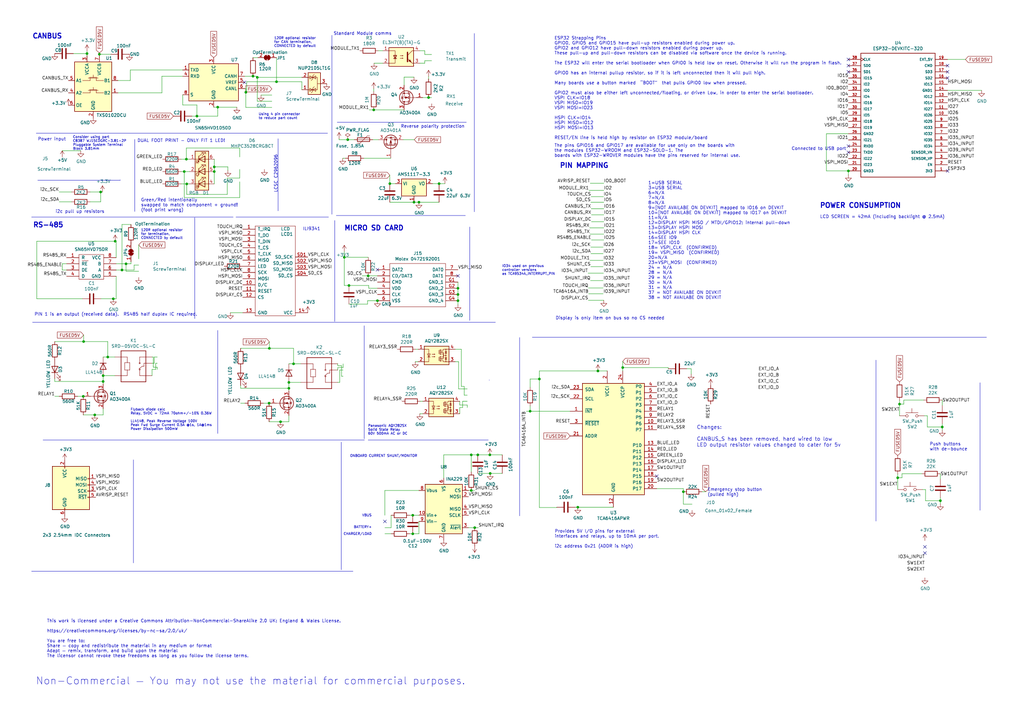
<source format=kicad_sch>
(kicad_sch (version 20230121) (generator eeschema)
  (paper "A3")
  (title_block (title "DIYBMS ESP32 CONTROLLER") (date "2023-01-03") (rev "4.6") (company "Stuart Pittaway"))
  (junction (at 35.687 21.971))
  (junction (at 110.49 142.875))
  (junction (at 368.173 195.961))
  (junction (at 187.833 123.317))
  (junction (at 47.244 98.933))
  (junction (at 50.038 110.744))
  (junction (at 118.491 156.845))
  (junction (at 143.129 117.094))
  (junction (at 38.862 170.18))
  (junction (at 187.833 118.237))
  (junction (at 41.275 78.74))
  (junction (at 103.759 31.242))
  (junction (at 385.699 205.359))
  (junction (at 200.914 186.563))
  (junction (at 347.98 70.104))
  (junction (at 193.294 201.168))
  (junction (at 180.086 75.311))
  (junction (at 40.767 22.225))
  (junction (at 115.062 172.974))
  (junction (at 100.838 37.846))
  (junction (at 255.397 150.749))
  (junction (at 153.289 45.085))
  (junction (at 87.884 68.453))
  (junction (at 89.281 43.942))
  (junction (at 51.689 108.204))
  (junction (at 151.003 113.157))
  (junction (at 142.621 57.277))
  (junction (at 201.041 194.183))
  (junction (at 34.163 162.56))
  (junction (at 280.289 201.676))
  (junction (at 171.831 82.931))
  (junction (at 34.29 140.081))
  (junction (at 110.363 165.354))
  (junction (at 187.833 120.777))
  (junction (at 154.813 123.317))
  (junction (at 236.982 208.026))
  (junction (at 245.237 152.146))
  (junction (at 221.234 155.448))
  (junction (at 368.935 165.735))
  (junction (at 169.799 82.931))
  (junction (at 42.291 156.464))
  (junction (at 169.291 211.328))
  (junction (at 169.291 218.948))
  (junction (at 194.691 216.408))
  (junction (at 105.537 31.75))
  (junction (at 217.424 168.656))
  (junction (at 141.224 105.537))
  (junction (at 159.893 75.311))
  (junction (at 386.461 175.133))
  (junction (at 75.565 70.358))
  (junction (at 113.411 33.528))
  (junction (at 87.884 70.358))
  (junction (at 118.491 159.258))
  (junction (at 120.396 149.225))
  (junction (at 76.581 75.438))
  (junction (at 76.454 65.278))
  (junction (at 80.772 47.625))
  (junction (at 193.294 186.563))
  (junction (at 44.196 146.431))
  (junction (at 46.482 122.555))
  (junction (at 175.768 40.005))
  (junction (at 195.961 186.563))
  (junction (at 42.291 154.051))
  (no_connect (at 388.62 70.104))
  (no_connect (at 269.367 195.326))
  (no_connect (at 347.98 62.484))
  (no_connect (at 388.62 29.464))
  (no_connect (at 347.98 59.944))
  (no_connect (at 347.98 29.464))
  (no_connect (at 379.349 226.822))
  (no_connect (at 187.833 113.157))
  (no_connect (at 388.62 32.004))
  (no_connect (at 379.349 224.282))
  (no_connect (at 347.98 26.924))
  (no_connect (at 154.813 110.617))
  (no_connect (at 157.861 213.868))
  (no_connect (at 347.98 24.384))
  (no_connect (at 388.62 26.924))
  (no_connect (at 100.33 33.782))
  (wire (pts (xy 153.289 37.465) (xy 153.289 36.449)))
  (wire (pts (xy 25.527 108.204) (xy 25.527 110.744)))
  (wire (pts (xy 187.833 124.968) (xy 187.833 123.317)))
  (wire (pts (xy 379.603 205.359) (xy 385.699 205.359)))
  (wire (pts (xy 98.679 165.354) (xy 100.457 165.354)))
  (wire (pts (xy 188.087 148.336) (xy 186.69 148.336)))
  (wire (pts (xy 74.295 70.358) (xy 75.565 70.358)))
  (wire (pts (xy 140.716 150.749) (xy 140.716 149.225)))
  (wire (pts (xy 194.691 216.408) (xy 196.215 216.408)))
  (polyline (pts (xy 359.283 213.741) (xy 359.283 147.701)))
  (wire (pts (xy 280.289 200.406) (xy 280.289 201.676)))
  (wire (pts (xy 157.861 216.408) (xy 160.401 216.408)))
  (wire (pts (xy 370.713 165.735) (xy 368.935 165.735)))
  (wire (pts (xy 138.557 149.987) (xy 140.081 149.987)))
  (wire (pts (xy 245.237 152.146) (xy 249.047 152.146)))
  (wire (pts (xy 228.346 208.026) (xy 228.346 208.153)))
  (polyline (pts (xy 200.66 155.829) (xy 200.66 155.956)))
  (wire (pts (xy 87.884 75.438) (xy 87.884 70.358)))
  (wire (pts (xy 172.212 25.908) (xy 174.244 25.908)))
  (wire (pts (xy 22.479 162.56) (xy 24.257 162.56)))
  (wire (pts (xy 47.625 122.555) (xy 46.482 122.555)))
  (wire (pts (xy 75.565 70.358) (xy 75.565 81.026)))
  (wire (pts (xy 31.877 162.56) (xy 34.163 162.56)))
  (wire (pts (xy 56.896 111.252) (xy 51.689 111.252)))
  (wire (pts (xy 42.291 156.464) (xy 42.291 154.051)))
  (wire (pts (xy 142.621 57.277) (xy 145.288 57.277)))
  (wire (pts (xy 347.98 71.755) (xy 347.98 70.104)))
  (wire (pts (xy 100.838 36.322) (xy 100.838 37.846)))
  (wire (pts (xy 87.884 68.453) (xy 87.884 70.358)))
  (wire (pts (xy 247.523 112.014) (xy 241.173 112.014)))
  (wire (pts (xy 141.224 103.124) (xy 141.224 105.537)))
  (wire (pts (xy 175.768 40.005) (xy 177.038 40.005)))
  (wire (pts (xy 165.354 57.277) (xy 169.926 57.277)))
  (wire (pts (xy 160.401 218.948) (xy 157.861 218.948)))
  (wire (pts (xy 172.466 164.592) (xy 173.355 164.592)))
  (wire (pts (xy 93.218 73.025) (xy 93.218 79.756)))
  (wire (pts (xy 152.908 57.277) (xy 155.194 57.277)))
  (wire (pts (xy 76.581 79.756) (xy 76.581 75.438)))
  (wire (pts (xy 151.384 45.085) (xy 153.289 45.085)))
  (wire (pts (xy 149.225 64.897) (xy 160.274 64.897)))
  (wire (pts (xy 172.212 169.672) (xy 173.355 169.672)))
  (wire (pts (xy 123.825 36.83) (xy 123.825 33.528)))
  (wire (pts (xy 193.294 193.548) (xy 193.294 186.563)))
  (wire (pts (xy 53.721 107.315) (xy 53.721 108.204)))
  (wire (pts (xy 368.173 195.961) (xy 368.173 194.437)))
  (wire (pts (xy 165.735 45.085) (xy 153.289 45.085)))
  (wire (pts (xy 140.716 151.765) (xy 139.319 151.765)))
  (wire (pts (xy 62.357 148.971) (xy 63.246 148.971)))
  (wire (pts (xy 190.373 162.052) (xy 191.643 162.052)))
  (wire (pts (xy 24.257 82.804) (xy 29.337 82.804)))
  (wire (pts (xy 385.699 204.089) (xy 385.699 205.359)))
  (wire (pts (xy 189.738 164.592) (xy 189.738 167.132)))
  (wire (pts (xy 173.355 40.005) (xy 175.768 40.005)))
  (polyline (pts (xy 139.954 181.356) (xy 139.954 233.68)))
  (wire (pts (xy 76.454 60.706) (xy 98.298 60.706)))
  (wire (pts (xy 101.219 33.528) (xy 113.411 33.528)))
  (wire (pts (xy 157.861 201.168) (xy 171.831 201.168)))
  (wire (pts (xy 98.298 81.026) (xy 98.298 74.549)))
  (wire (pts (xy 169.799 82.931) (xy 171.831 82.931)))
  (wire (pts (xy 25.527 61.849) (xy 33.147 61.849)))
  (wire (pts (xy 368.935 170.561) (xy 368.935 165.735)))
  (wire (pts (xy 62.865 150.622) (xy 64.516 150.622)))
  (wire (pts (xy 255.397 150.749) (xy 274.066 150.749)))
  (wire (pts (xy 93.218 79.756) (xy 76.581 79.756)))
  (wire (pts (xy 159.893 75.311) (xy 159.893 71.882)))
  (wire (pts (xy 235.966 208.026) (xy 236.982 208.026)))
  (wire (pts (xy 50.038 110.744) (xy 47.625 110.744)))
  (wire (pts (xy 48.387 38.1) (xy 66.421 38.1)))
  (wire (pts (xy 50.038 92.075) (xy 50.038 110.744)))
  (wire (pts (xy 53.467 33.02) (xy 48.387 33.02)))
  (wire (pts (xy 177.038 22.352) (xy 174.244 22.352)))
  (wire (pts (xy 347.98 70.104) (xy 338.963 70.104)))
  (polyline (pts (xy 96.774 89.027) (xy 134.747 89.027)))
  (wire (pts (xy 338.963 70.104) (xy 338.963 54.864)))
  (wire (pts (xy 100.838 37.846) (xy 100.838 44.069)))
  (polyline (pts (xy 218.313 138.303) (xy 404.622 138.303)))
  (wire (pts (xy 98.679 158.115) (xy 98.679 159.258)))
  (wire (pts (xy 120.396 142.875) (xy 120.396 149.225)))
  (wire (pts (xy 110.49 140.208) (xy 110.49 142.875)))
  (wire (pts (xy 118.491 160.274) (xy 118.491 159.258)))
  (wire (pts (xy 120.396 149.225) (xy 118.491 149.225)))
  (polyline (pts (xy 151.003 180.467) (xy 200.279 180.467)))
  (wire (pts (xy 30.099 21.971) (xy 35.687 21.971)))
  (wire (pts (xy 74.295 65.278) (xy 76.454 65.278)))
  (wire (pts (xy 41.275 82.804) (xy 36.957 82.804)))
  (wire (pts (xy 151.257 118.237) (xy 151.257 117.094)))
  (wire (pts (xy 139.065 56.896) (xy 139.065 57.277)))
  (wire (pts (xy 47.625 105.664) (xy 47.625 98.933)))
  (wire (pts (xy 242.316 109.347) (xy 247.396 109.347)))
  (wire (pts (xy 123.825 31.75) (xy 105.537 31.75)))
  (wire (pts (xy 233.807 168.656) (xy 217.424 168.656)))
  (wire (pts (xy 369.951 194.31) (xy 369.951 195.961)))
  (wire (pts (xy 15.113 122.555) (xy 33.782 122.555)))
  (wire (pts (xy 22.479 156.464) (xy 42.291 156.464)))
  (wire (pts (xy 228.346 208.153) (xy 221.234 208.153)))
  (wire (pts (xy 105.537 31.75) (xy 105.537 41.529)))
  (wire (pts (xy 169.291 211.328) (xy 168.021 211.328)))
  (wire (pts (xy 29.337 78.74) (xy 24.257 78.74)))
  (wire (pts (xy 171.831 213.868) (xy 171.831 218.948)))
  (wire (pts (xy 74.93 38.862) (xy 74.93 43.053)))
  (wire (pts (xy 47.625 98.933) (xy 47.244 98.933)))
  (wire (pts (xy 123.317 156.845) (xy 118.491 156.845)))
  (wire (pts (xy 100.33 36.322) (xy 100.838 36.322)))
  (wire (pts (xy 107.061 38.989) (xy 111.506 38.989)))
  (wire (pts (xy 108.077 165.354) (xy 110.363 165.354)))
  (polyline (pts (xy 194.564 86.868) (xy 194.564 13.716)))
  (wire (pts (xy 255.397 152.146) (xy 255.397 150.749)))
  (wire (pts (xy 54.991 108.712) (xy 56.896 108.712)))
  (wire (pts (xy 368.173 200.787) (xy 368.173 195.961)))
  (wire (pts (xy 93.472 68.453) (xy 93.472 69.85)))
  (wire (pts (xy 192.151 216.408) (xy 194.691 216.408)))
  (wire (pts (xy 177.419 75.311) (xy 180.086 75.311)))
  (wire (pts (xy 181.991 196.088) (xy 181.991 186.563)))
  (wire (pts (xy 217.424 168.656) (xy 217.424 166.497)))
  (wire (pts (xy 155.194 20.828) (xy 156.972 20.828)))
  (wire (pts (xy 47.625 113.284) (xy 47.625 122.555)))
  (wire (pts (xy 165.735 31.623) (xy 165.735 34.925)))
  (wire (pts (xy 170.307 148.336) (xy 171.45 148.336)))
  (wire (pts (xy 115.062 172.974) (xy 118.491 172.974)))
  (polyline (pts (xy 79.883 89.281) (xy 79.883 130.683)))
  (polyline (pts (xy 13.335 132.207) (xy 203.2 132.207)))
  (wire (pts (xy 98.298 69.469) (xy 98.298 73.025)))
  (wire (pts (xy 25.527 110.744) (xy 27.305 110.744)))
  (wire (pts (xy 150.749 123.317) (xy 154.813 123.317)))
  (wire (pts (xy 98.298 60.706) (xy 98.298 64.389)))
  (wire (pts (xy 201.041 194.183) (xy 205.994 194.183)))
  (wire (pts (xy 103.759 23.622) (xy 105.791 23.622)))
  (wire (pts (xy 143.129 124.714) (xy 150.749 124.714)))
  (wire (pts (xy 87.63 43.942) (xy 89.281 43.942)))
  (wire (pts (xy 75.565 81.026) (xy 98.298 81.026)))
  (wire (pts (xy 378.333 200.787) (xy 379.603 200.787)))
  (wire (pts (xy 44.196 140.081) (xy 44.196 146.431)))
  (wire (pts (xy 193.294 201.168) (xy 194.691 201.168)))
  (polyline (pts (xy 136.144 14.478) (xy 136.144 87.884)))
  (wire (pts (xy 153.416 25.908) (xy 156.972 25.908)))
  (wire (pts (xy 45.466 22.225) (xy 40.767 22.225)))
  (wire (pts (xy 388.62 24.384) (xy 395.986 24.384)))
  (wire (pts (xy 180.086 75.311) (xy 182.499 75.311)))
  (polyline (pts (xy 89.281 177.8) (xy 89.281 135.509)))
  (wire (pts (xy 27.305 108.204) (xy 25.527 108.204)))
  (wire (pts (xy 242.316 82.931) (xy 247.65 82.931)))
  (wire (pts (xy 247.396 118.11) (xy 241.3 118.11)))
  (wire (pts (xy 251.587 208.026) (xy 236.982 208.026)))
  (wire (pts (xy 63.246 146.431) (xy 64.516 146.431)))
  (wire (pts (xy 110.49 142.875) (xy 120.396 142.875)))
  (polyline (pts (xy 401.955 156.972) (xy 401.955 209.296)))
  (wire (pts (xy 62.865 146.431) (xy 62.865 150.622)))
  (wire (pts (xy 63.246 148.971) (xy 63.246 146.431)))
  (wire (pts (xy 98.298 73.025) (xy 93.218 73.025)))
  (wire (pts (xy 160.401 216.408) (xy 160.401 211.328)))
  (wire (pts (xy 386.461 175.133) (xy 386.461 176.403)))
  (wire (pts (xy 113.411 23.622) (xy 113.411 33.528)))
  (wire (pts (xy 100.838 44.069) (xy 111.506 44.069)))
  (wire (pts (xy 94.488 128.27) (xy 99.568 128.27)))
  (wire (pts (xy 143.129 117.094) (xy 141.224 117.094)))
  (polyline (pts (xy 55.245 57.15) (xy 55.245 86.741)))
  (wire (pts (xy 34.29 140.081) (xy 44.196 140.081)))
  (polyline (pts (xy 17.653 180.467) (xy 149.479 180.467)))
  (polyline (pts (xy 192.659 131.445) (xy 192.659 93.091)))
  (wire (pts (xy 54.991 110.744) (xy 54.991 108.712)))
  (wire (pts (xy 370.713 164.084) (xy 370.713 165.735)))
  (wire (pts (xy 171.831 82.931) (xy 180.086 82.931)))
  (wire (pts (xy 171.831 211.328) (xy 169.291 211.328)))
  (wire (pts (xy 80.772 47.625) (xy 78.74 47.625)))
  (wire (pts (xy 151.257 117.094) (xy 143.129 117.094)))
  (wire (pts (xy 186.69 143.256) (xy 189.23 143.256)))
  (wire (pts (xy 76.581 75.438) (xy 77.724 75.438)))
  (wire (pts (xy 195.961 186.563) (xy 200.914 186.563)))
  (wire (pts (xy 98.679 159.258) (xy 118.491 159.258)))
  (wire (pts (xy 34.163 162.56) (xy 34.671 162.56)))
  (wire (pts (xy 221.234 208.153) (xy 221.234 155.448)))
  (wire (pts (xy 255.397 150.749) (xy 255.397 148.209)))
  (wire (pts (xy 379.095 170.561) (xy 380.365 170.561)))
  (wire (pts (xy 46.482 122.555) (xy 41.402 122.555)))
  (wire (pts (xy 174.244 25.908) (xy 174.244 24.892)))
  (wire (pts (xy 36.957 78.74) (xy 41.275 78.74)))
  (wire (pts (xy 188.087 159.512) (xy 191.643 159.512)))
  (wire (pts (xy 74.93 43.053) (xy 80.772 43.053)))
  (wire (pts (xy 369.951 195.961) (xy 368.173 195.961)))
  (wire (pts (xy 274.066 150.749) (xy 274.066 151.257)))
  (wire (pts (xy 241.3 123.19) (xy 247.65 123.19)))
  (wire (pts (xy 187.833 123.317) (xy 187.833 120.777)))
  (wire (pts (xy 221.234 152.146) (xy 245.237 152.146)))
  (polyline (pts (xy 137.287 90.424) (xy 137.287 131.826)))
  (wire (pts (xy 385.699 194.31) (xy 385.699 196.469)))
  (wire (pts (xy 189.23 143.256) (xy 189.23 158.496)))
  (wire (pts (xy 41.275 78.74) (xy 41.275 82.804)))
  (wire (pts (xy 151.003 105.537) (xy 141.224 105.537)))
  (wire (pts (xy 154.813 113.157) (xy 151.003 113.157)))
  (wire (pts (xy 200.914 186.563) (xy 205.994 186.563)))
  (wire (pts (xy 174.244 22.352) (xy 174.244 20.828)))
  (wire (pts (xy 62.357 151.511) (xy 62.357 154.051)))
  (polyline (pts (xy 12.954 89.027) (xy 95.631 89.027)))
  (wire (pts (xy 34.163 170.18) (xy 38.862 170.18)))
  (wire (pts (xy 174.244 24.892) (xy 177.038 24.892)))
  (wire (pts (xy 118.491 170.434) (xy 118.491 172.974)))
  (wire (pts (xy 283.464 151.257) (xy 283.464 153.416)))
  (wire (pts (xy 139.319 151.765) (xy 139.319 156.845)))
  (wire (pts (xy 175.768 31.369) (xy 175.768 32.385)))
  (wire (pts (xy 217.424 155.448) (xy 221.234 155.448)))
  (wire (pts (xy 140.081 154.305) (xy 140.716 154.305)))
  (wire (pts (xy 241.935 106.807) (xy 247.396 106.807)))
  (wire (pts (xy 62.357 151.511) (xy 63.881 151.511)))
  (wire (pts (xy 140.589 64.897) (xy 141.605 64.897)))
  (wire (pts (xy 242.316 104.013) (xy 247.396 104.013)))
  (wire (pts (xy 241.935 96.012) (xy 247.65 96.012)))
  (wire (pts (xy 42.291 167.64) (xy 42.291 170.18)))
  (wire (pts (xy 63.881 151.511) (xy 63.881 148.971)))
  (wire (pts (xy 378.841 164.084) (xy 370.713 164.084)))
  (wire (pts (xy 280.289 206.756) (xy 283.845 206.756)))
  (wire (pts (xy 74.295 75.438) (xy 76.581 75.438)))
  (wire (pts (xy 287.909 201.676) (xy 289.433 201.676)))
  (wire (pts (xy 87.884 68.453) (xy 93.472 68.453)))
  (polyline (pts (xy 14.859 54.61) (xy 134.366 54.61)))
  (wire (pts (xy 242.57 98.425) (xy 247.65 98.425)))
  (polyline (pts (xy 12.954 234.315) (xy 144.78 234.315)))
  (wire (pts (xy 22.479 140.081) (xy 34.29 140.081)))
  (wire (pts (xy 189.738 164.592) (xy 191.643 164.592)))
  (wire (pts (xy 386.461 173.863) (xy 386.461 175.133)))
  (wire (pts (xy 47.244 98.933) (xy 15.113 98.933)))
  (wire (pts (xy 66.421 38.1) (xy 66.421 31.242)))
  (wire (pts (xy 138.557 151.765) (xy 138.557 150.749)))
  (wire (pts (xy 123.317 149.225) (xy 120.396 149.225)))
  (wire (pts (xy 38.862 170.18) (xy 42.291 170.18)))
  (wire (pts (xy 242.443 85.598) (xy 247.65 85.598)))
  (wire (pts (xy 217.424 158.877) (xy 217.424 155.448)))
  (wire (pts (xy 34.29 137.414) (xy 34.29 140.081)))
  (wire (pts (xy 379.603 200.787) (xy 379.603 205.359)))
  (wire (pts (xy 281.686 151.257) (xy 283.464 151.257)))
  (wire (pts (xy 51.689 108.204) (xy 53.721 108.204)))
  (wire (pts (xy 241.808 93.472) (xy 247.65 93.472)))
  (wire (pts (xy 241.554 78.105) (xy 247.65 78.105)))
  (wire (pts (xy 385.699 205.359) (xy 385.699 206.629)))
  (wire (pts (xy 169.799 31.623) (xy 165.735 31.623)))
  (wire (pts (xy 47.117 146.431) (xy 44.196 146.431)))
  (wire (pts (xy 241.427 120.523) (xy 247.396 120.523)))
  (wire (pts (xy 76.454 65.278) (xy 76.454 60.706)))
  (wire (pts (xy 103.759 31.242) (xy 105.537 31.242)))
  (wire (pts (xy 386.461 164.084) (xy 386.461 166.243)))
  (polyline (pts (xy 138.303 50.165) (xy 191.262 50.165)))
  (wire (pts (xy 151.003 113.157) (xy 148.463 113.157)))
  (wire (pts (xy 64.516 150.622) (xy 64.516 151.511)))
  (wire (pts (xy 89.281 47.625) (xy 80.772 47.625)))
  (wire (pts (xy 110.363 165.354) (xy 110.871 165.354)))
  (wire (pts (xy 76.454 65.278) (xy 77.724 65.278)))
  (wire (pts (xy 193.294 186.563) (xy 195.961 186.563)))
  (wire (pts (xy 89.281 43.942) (xy 97.155 43.942)))
  (wire (pts (xy 189.23 158.496) (xy 190.373 158.496)))
  (wire (pts (xy 22.479 155.321) (xy 22.479 156.464)))
  (wire (pts (xy 191.643 166.116) (xy 191.643 167.132)))
  (wire (pts (xy 190.373 158.496) (xy 190.373 162.052)))
  (wire (pts (xy 87.884 65.278) (xy 87.884 68.453)))
  (wire (pts (xy 195.961 194.183) (xy 201.041 194.183)))
  (wire (pts (xy 159.893 82.931) (xy 169.799 82.931)))
  (wire (pts (xy 187.833 118.237) (xy 187.833 115.697)))
  (wire (pts (xy 35.687 22.86) (xy 35.687 21.971)))
  (wire (pts (xy 368.935 165.735) (xy 368.935 164.211)))
  (wire (pts (xy 188.595 169.672) (xy 188.595 167.132)))
  (wire (pts (xy 141.224 105.537) (xy 141.224 117.094)))
  (wire (pts (xy 181.991 186.563) (xy 193.294 186.563)))
  (wire (pts (xy 53.467 28.702) (xy 53.467 33.02)))
  (wire (pts (xy 138.557 150.749) (xy 140.716 150.749)))
  (wire (pts (xy 242.57 88.138) (xy 247.65 88.138)))
  (wire (pts (xy 80.772 43.053) (xy 80.772 47.625)))
  (wire (pts (xy 338.963 54.864) (xy 347.98 54.864)))
  (wire (pts (xy 66.421 31.242) (xy 74.93 31.242)))
  (wire (pts (xy 47.625 108.204) (xy 51.689 108.204)))
  (wire (pts (xy 138.557 149.225) (xy 138.557 149.987)))
  (wire (pts (xy 56.896 106.172) (xy 56.896 100.457)))
  (wire (pts (xy 63.881 148.971) (xy 64.516 148.971)))
  (wire (pts (xy 74.93 28.702) (xy 53.467 28.702)))
  (wire (pts (xy 215.9 168.656) (xy 217.424 168.656)))
  (wire (pts (xy 139.319 156.845) (xy 138.557 156.845)))
  (wire (pts (xy 40.767 22.86) (xy 40.767 22.225)))
  (wire (pts (xy 189.738 167.132) (xy 188.595 167.132)))
  (wire (pts (xy 188.087 159.512) (xy 188.087 148.336)))
  (wire (pts (xy 51.689 111.252) (xy 51.689 108.204)))
  (wire (pts (xy 89.281 43.942) (xy 89.281 47.625)))
  (wire (pts (xy 188.595 166.116) (xy 191.643 166.116)))
  (wire (pts (xy 159.893 75.311) (xy 162.179 75.311)))
  (wire (pts (xy 378.079 194.31) (xy 369.951 194.31)))
  (wire (pts (xy 242.062 75.184) (xy 247.65 75.184)))
  (wire (pts (xy 110.363 172.974) (xy 115.062 172.974)))
  (wire (pts (xy 157.861 211.328) (xy 157.861 201.168)))
  (wire (pts (xy 380.365 175.133) (xy 386.461 175.133)))
  (wire (pts (xy 242.57 90.932) (xy 247.65 90.932)))
  (wire (pts (xy 154.813 118.237) (xy 151.257 118.237)))
  (wire (pts (xy 192.151 201.168) (xy 193.294 201.168)))
  (wire (pts (xy 221.234 155.448) (xy 221.234 152.146)))
  (wire (pts (xy 50.038 110.744) (xy 54.991 110.744)))
  (wire (pts (xy 105.537 41.529) (xy 111.506 41.529)))
  (wire (pts (xy 170.561 143.256) (xy 171.45 143.256)))
  (polyline (pts (xy 213.106 211.582) (xy 213.106 138.43)))
  (wire (pts (xy 42.291 157.48) (xy 42.291 156.464)))
  (wire (pts (xy 44.196 146.431) (xy 42.291 146.431)))
  (wire (pts (xy 75.565 70.358) (xy 77.724 70.358)))
  (wire (pts (xy 150.749 124.714) (xy 150.749 123.317)))
  (wire (pts (xy 47.117 154.051) (xy 42.291 154.051)))
  (wire (pts (xy 188.595 164.592) (xy 188.595 166.116)))
  (wire (pts (xy 62.357 146.431) (xy 62.865 146.431)))
  (wire (pts (xy 98.679 142.875) (xy 110.49 142.875)))
  (wire (pts (xy 100.838 37.846) (xy 101.219 37.846)))
  (polyline (pts (xy 137.922 88.392) (xy 190.881 88.392)))
  (wire (pts (xy 269.367 200.406) (xy 280.289 200.406)))
  (wire (pts (xy 242.443 80.645) (xy 247.523 80.645)))
  (polyline (pts (xy 114.046 56.896) (xy 114.046 86.487)))
  (wire (pts (xy 50.038 92.075) (xy 53.721 92.075)))
  (wire (pts (xy 123.825 33.528) (xy 113.411 33.528)))
  (wire (pts (xy 380.365 170.561) (xy 380.365 175.133)))
  (wire (pts (xy 15.113 98.933) (xy 15.113 122.555)))
  (polyline (pts (xy 54.737 230.886) (xy 54.737 188.595)))
  (polyline (pts (xy 15.494 73.914) (xy 49.276 73.914)))
  (wire (pts (xy 40.767 22.225) (xy 40.767 21.717)))
  (wire (pts (xy 105.537 31.242) (xy 105.537 31.75)))
  (wire (pts (xy 242.189 115.062) (xy 247.396 115.062)))
  (wire (pts (xy 35.687 21.971) (xy 35.687 20.955)))
  (wire (pts (xy 169.291 218.948) (xy 168.021 218.948)))
  (wire (pts (xy 139.065 57.277) (xy 142.621 57.277)))
  (wire (pts (xy 101.219 37.846) (xy 101.219 33.528)))
  (wire (pts (xy 100.33 31.242) (xy 103.759 31.242)))
  (wire (pts (xy 140.081 149.987) (xy 140.081 154.305)))
  (wire (pts (xy 242.316 101.346) (xy 247.396 101.346)))
  (wire (pts (xy 388.62 37.084) (xy 402.59 37.084)))
  (wire (pts (xy 118.491 159.258) (xy 118.491 156.845)))
  (wire (pts (xy 280.289 201.676) (xy 280.289 206.756)))
  (wire (pts (xy 41.275 78.74) (xy 42.037 78.74)))
  (wire (pts (xy 171.831 218.948) (xy 169.291 218.948)))
  (wire (pts (xy 174.244 20.828) (xy 172.212 20.828)))
  (polyline (pts (xy 149.352 133.604) (xy 149.352 179.959)))
  (polyline (pts (xy 49.276 73.914) (xy 49.276 73.787)))
  (wire (pts (xy 187.833 120.777) (xy 187.833 118.237)))
  (text "PIN 1 is an output (received data).  RS485 half duplex IC required." (at 14.097 129.794 0) (effects (font (size 1.27 1.27)) (justify left bottom)))
  (text "ILI9341" (at 131.445 94.742 0) (effects (font (size 1.27 1.27)) (justify right bottom)))
  (text "Provides 5V I/O pins for external \ninterfaces and relays, up to 10mA per port.\n\ni2c address 0x21 (ADDR is high)" (at 227.457 224.917 0) (effects (font (size 1.27 1.27)) (justify left bottom)))
  (text "Power input" (at 15.494 57.912 0) (effects (font (size 1.27 1.27)) (justify left bottom)))
  (text "CANBUS" (at 13.208 16.129 0) (effects (font (size 2.0066 2.0066) (thickness 0.4013) bold) (justify left bottom)))
  (text "Standard Module comms" (at 136.779 14.605 0) (effects (font (size 1.27 1.27)) (justify left bottom)))
  (text "BATTERY+" (at 145.034 216.916 0) (effects (font (size 0.9906 0.9906)) (justify left bottom)))
  (text "The pins GPIO16 and GPIO17 are available for use only on the boards with \nthe modules ESP32-WROOM and ESP32-SOLO-1. The \nboards with ESP32-WROVER modules have the pins reserved for internal use." (at 227.33 64.643 0) (effects (font (size 1.27 1.27)) (justify left bottom)))
  (text "1=USB SERIAL\n3=USB SERIAL\n6=N/A\n7=N/A\n8=N/A\n9=[NOT AVAILABE ON DEVKIT] mapped to IO16 on DEVKIT\n10=[NOT AVAILABE ON DEVKIT] mapped to IO17 on DEVKIT\n11=N/A\n12=DISPLAY HSPI MISO / MTDI/GPIO12: internal pull-down\n13=DISPLAY HSPI MOSI\n14=DISPLAY HSPI CLK\n16=SEE IO9\n17=SEE IO10\n18= VSPI_CLK  (CONFIRMED)\n19= VSPI_MISO  (CONFIRMED)\n20=N/A\n23=VSPI_MOSI  (CONFIRMED)\n24 = N/A\n28 = N/A\n29 = N/A\n30 = N/A\n31 = N/A\n37 = NOT AVAILABE ON DEVKIT\n38 = NOT AVAILABE ON DEVKIT\n" (at 265.811 122.936 0) (effects (font (size 1.27 1.27)) (justify left bottom)))
  (text "This work is licensed under a Creative Commons Attribution-NonCommercial-ShareAlike 2.0 UK: England & Wales License.\n\nhttps://creativecommons.org/licenses/by-nc-sa/2.0/uk/\n\nYou are free to:\nShare — copy and redistribute the material in any medium or format\nAdapt — remix, transform, and build upon the material\nThe licensor cannot revoke these freedoms as long as you follow the license terms." (at 19.177 269.875 0) (effects (font (size 1.27 1.27)) (justify left bottom)))
  (text "VBUS" (at 148.463 212.09 0) (effects (font (size 0.9906 0.9906)) (justify left bottom)))
  (text "120R optional resistor \nfor termination, \nCONNECTED by default" (at 57.785 98.298 0) (effects (font (size 0.9906 0.9906)) (justify left bottom)))
  (text "Connected to USB port\n" (at 324.612 61.849 0) (effects (font (size 1.27 1.27)) (justify left bottom)))
  (text "LCD SCREEN = 42mA (including backlight @ 2.5mA)\n" (at 336.296 89.789 0) (effects (font (size 1.27 1.27)) (justify left bottom)))
  (text "Emergency stop button \n(pulled high)" (at 290.195 203.708 0) (effects (font (size 1.27 1.27)) (justify left bottom)))
  (text "ESP32 Strapping Pins\nGPIO0, GPIO5 and GPIO15 have pull-up resistors enabled during power up.\nGPIO2 and GPIO12 have pull-down resistors enabled during power up.\nThese pull-up and pull-down resistors can be disabled via software once the device is running.\n\nThe ESP32 will enter the serial bootloader when GPIO0 is held low on reset. Otherwise it will run the program in flash.\n\nGPIO0 has an internal pullup resistor, so if it is left unconnected then it will pull high.\n\nMany boards use a button marked  “BOOT”  that pulls GPIO0 low when pressed.\n\nGPIO2 must also be either left unconnected/floating, or driven Low, in order to enter the serial bootloader.\nVSPI CLK=IO18\nVSPI MISO=IO19\nVSPI MOSI=IO23\n\nHSPI CLK=IO14\nHSPI MISO=IO12\nHSPI MOSI=IO13\n\nRESET/EN line is held high by resistor on ESP32 module/board" (at 227.33 57.404 0) (effects (font (size 1.27 1.27)) (justify left bottom)))
  (text "Panasonic AQY282SX\nSolid State Relay\n60V 500mA AC or DC" (at 150.876 178.562 0) (effects (font (size 0.9906 0.9906)) (justify left bottom)))
  (text "MICRO SD CARD" (at 141.097 94.869 0) (effects (font (size 2.0066 2.0066) (thickness 0.4013) bold) (justify left bottom)))
  (text "Flyback diode calc\nRelay, 5VDC = 72mA 70ohm+/-10% 0.36W\n\nLL4148, Peak Reverse Voltage 100V\nPeak Fwd Surge Current 0.5A @1s, 1A@1ms\nPower Dissipation 500mW" (at 53.467 176.657 0) (effects (font (size 0.9906 0.9906)) (justify left bottom)))
  (text "DUAL FOOT PRINT - ONLY FIT 1 LED!" (at 56.261 58.547 0) (effects (font (size 1.27 1.27)) (justify left bottom)))
  (text "LCSC C2962096" (at 113.919 79.121 90) (effects (font (size 1.27 1.27)) (justify left bottom)))
  (text "Push buttons \nwith de-bounce" (at 381.254 185.039 0) (effects (font (size 1.27 1.27)) (justify left bottom)))
  (text "Changes:\n\nCANBUS_S has been removed, hard wired to low\nLED output resistor values changed to cater for 5v\n" (at 285.75 183.515 0) (effects (font (size 1.4986 1.4986)) (justify left bottom)))
  (text "CHARGER/LOAD" (at 140.843 219.71 0) (effects (font (size 0.9906 0.9906)) (justify left bottom)))
  (text "POWER CONSUMPTION" (at 336.169 85.598 0) (effects (font (size 2.0066 2.0066) (thickness 0.4013) bold) (justify left bottom)))
  (text "Display is only item on bus so no CS needed" (at 227.838 131.318 0) (effects (font (size 1.27 1.27)) (justify left bottom)))
  (text "IO34 used on previous \ncontroller versions \nas TCA9534A_INTERRUPT_PIN" (at 205.867 113.03 0) (effects (font (size 0.9906 0.9906)) (justify left bottom)))
  (text "120R optional resistor \nfor CAN termination, \nCONNECTED by default" (at 112.395 19.558 0) (effects (font (size 0.9906 0.9906)) (justify left bottom)))
  (text "i2c pull up resistors" (at 22.733 87.63 0) (effects (font (size 1.27 1.27)) (justify left bottom)))
  (text "Non-Commercial — You may not use the material for commercial purposes.\n" (at 14.605 281.178 0) (effects (font (size 2.9972 2.9972)) (justify left bottom)))
  (text "PIN MAPPING" (at 229.489 69.215 0) (effects (font (size 2.0066 2.0066) (thickness 0.4013) bold) (justify left bottom)))
  (text "Reverse polarity protection" (at 164.338 52.705 0) (effects (font (size 1.27 1.27)) (justify left bottom)))
  (text "Consider using part\nC8387 WJ15EDGRC-3.81-2P\nPluggable System Terminal \nBlock 3.81mm" (at 29.845 61.722 0) (effects (font (size 0.9906 0.9906)) (justify left bottom)))
  (text "Green/Red intentionally \nswapped to match component + ground!\n(foot print wrong)\n" (at 57.785 86.995 0) (effects (font (size 1.27 1.27)) (justify left bottom)))
  (text "RS-485" (at 13.462 93.599 0) (effects (font (size 2.0066 2.0066) (thickness 0.4013) bold) (justify left bottom)))
  (text "Using 4 pin connector \nto reduce part count" (at 106.045 49.149 0) (effects (font (size 0.9906 0.9906)) (justify left bottom)))
  (text "ONBOARD CURRENT SHUNT/MONITOR" (at 143.51 187.706 0) (effects (font (size 0.9906 0.9906)) (justify left bottom)))
  (label "GREEN_LED" (at 66.675 65.278 180))
  (label "EXT_IO_D" (at 319.532 159.893 180))
  (label "IO5" (at 247.65 82.931 0))
  (label "RELAY2" (at 269.367 171.196 0))
  (label "IO22" (at 347.98 65.024 180))
  (label "IO5" (at 347.98 47.244 180))
  (label "VSPI_MOSI" (at 347.98 67.564 180))
  (label "MODULE_TX1" (at 241.935 106.807 180))
  (label "IO16" (at 347.98 42.164 180))
  (label "IO15" (at 247.65 90.932 0))
  (label "VSPI_CLK" (at 99.568 104.14 180))
  (label "RESET" (at 291.465 165.735 270))
  (label "DISPLAY_LED" (at 269.367 190.246 0))
  (label "RS485_TX" (at 241.935 96.012 180))
  (label "HSPI_MOSI" (at 99.568 114.3 180))
  (label "CANBUS_RX" (at 242.57 88.138 180))
  (label "ESP3V3" (at 388.62 70.104 0))
  (label "IO25" (at 388.62 49.784 0))
  (label "MODULE_RX1" (at 241.554 78.105 180))
  (label "TOUCH_IRQ" (at 99.568 93.98 180))
  (label "IO16" (at 247.65 85.598 0))
  (label "IO17" (at 347.98 44.704 180))
  (label "IO0_BOOT" (at 347.98 37.084 180))
  (label "HSPI_CLK" (at 388.62 42.164 0))
  (label "CANBUS_TX" (at 28.067 33.02 180))
  (label "RS485_RX" (at 241.808 93.472 180))
  (label "RS485_TX" (at 27.305 113.284 180))
  (label "RELAY4_SSR" (at 164.846 164.592 180))
  (label "VSPI_MISO" (at 126.238 107.95 0))
  (label "HSPI_CLK" (at 99.568 111.76 180))
  (label "BLUE_LED" (at 269.367 182.626 0))
  (label "IO39_INPUT" (at 247.396 120.523 0))
  (label "VSPI_MOSI" (at 154.813 115.697 180))
  (label "MODULE_RX1" (at 151.384 45.085 180))
  (label "IO34_INPUT" (at 388.62 59.944 0))
  (label "RELAY1" (at 22.479 162.56 180))
  (label "SW2EXT" (at 368.935 168.91 180))
  (label "SHUNT_CS" (at 194.691 201.168 0))
  (label "IO21" (at 247.65 93.472 0))
  (label "SHUNT_IRQ" (at 196.215 216.408 0))
  (label "CANBUS_RX" (at 28.067 38.1 180))
  (label "IO33" (at 388.62 52.324 0))
  (label "SW1OUTPUT" (at 385.699 195.326 0))
  (label "IO17" (at 247.65 88.138 0))
  (label "i2c_SDA" (at 242.316 104.013 180))
  (label "EXT_IO_B" (at 319.532 154.813 180))
  (label "VSPI_MOSI" (at 39.243 198.882 0))
  (label "IO34_INPUT" (at 247.523 112.014 0))
  (label "VSPI_CLK" (at 154.813 120.777 180))
  (label "IO22" (at 247.65 96.012 0))
  (label "i2c_SDA" (at 233.807 159.766 180))
  (label "DISPLAY_CS" (at 99.568 121.92 180))
  (label "IO36_INPUT" (at 388.62 65.024 0))
  (label "VSPI_CLK" (at 347.98 49.784 180))
  (label "TCA6416A_INTB" (at 215.9 168.656 270))
  (label "CANBUS_TX" (at 242.443 85.598 180))
  (label "VSPI_MISO" (at 187.833 110.617 0))
  (label "RESET" (at 233.807 173.736 180))
  (label "TOUCH_CS" (at 99.568 101.6 180))
  (label "IO35_INPUT" (at 247.396 115.062 0))
  (label "TOUCH_IRQ" (at 241.3 118.11 180))
  (label "RELAY1" (at 269.367 168.656 0))
  (label "SW2EXT" (at 379.349 234.442 180))
  (label "RESET" (at 388.62 67.564 0))
  (label "i2c_SCK" (at 242.316 101.346 180))
  (label "DISPLAY_LED" (at 91.948 109.22 180))
  (label "BLUE_LED" (at 66.675 75.438 180))
  (label "SW2OUTPUT" (at 386.461 165.1 0))
  (label "IO25" (at 247.65 98.425 0))
  (label "MODULE_TX1" (at 147.574 20.828 180))
  (label "GREEN_LED" (at 269.367 187.706 0))
  (label "RESET" (at 99.568 119.38 180))
  (label "IO34_INPUT" (at 241.173 112.014 180))
  (label "SHUNT_IRQ" (at 242.189 115.062 180))
  (label "VSPI_MOSI" (at 192.151 203.708 0))
  (label "EXT_IO_B" (at 269.367 161.036 0))
  (label "AVRISP_RESET" (at 39.243 203.962 0))
  (label "SW1EXT" (at 379.349 231.902 180))
  (label "SD_CS" (at 148.463 113.157 180))
  (label "AVRISP_RESET" (at 242.062 75.184 180))
  (label "VSPI_MISO" (at 99.568 96.52 180))
  (label "EXT_IO_A" (at 319.532 152.273 180))
  (label "HSPI_MOSI" (at 388.62 34.544 0))
  (label "VSPI_CLK" (at 192.151 211.328 0))
  (label "IO36_INPUT" (at 247.396 118.11 0))
  (label "RED_LED" (at 66.675 70.358 180))
  (label "VSPI_MISO" (at 347.98 52.324 180))
  (label "IO39_INPUT" (at 388.62 62.484 0))
  (label "VSPI_CLK" (at 126.238 105.41 0))
  (label "DISPLAY_DC" (at 99.568 116.84 180))
  (label "RELAY3_SSR" (at 162.941 143.256 180))
  (label "SW2OUTPUT" (at 269.367 197.866 0))
  (label "i2c_SCK" (at 233.807 163.576 180))
  (label "IO4" (at 247.523 80.645 0))
  (label "EXT_IO_C" (at 319.532 157.353 180))
  (label "IO21" (at 347.98 57.404 180))
  (label "TCA6416A_INTB" (at 241.427 120.523 180))
  (label "IO0_BOOT" (at 247.65 75.184 0))
  (label "VSPI_CLK" (at 39.243 201.422 0))
  (label "IO33" (at 247.396 109.347 0))
  (label "EXT_IO_A" (at 269.367 158.496 0))
  (label "IO34_INPUT" (at 379.349 229.362 180))
  (label "IO2" (at 247.65 78.105 0))
  (label "RELAY3_SSR" (at 269.367 173.736 0))
  (label "RS485_RX" (at 27.305 105.664 180))
  (label "IO2" (at 347.98 34.544 180))
  (label "RS485_ENABLE" (at 25.527 109.601 180))
  (label "HSPI_MISO" (at 388.62 39.624 0))
  (label "IO26" (at 247.396 101.346 0))
  (label "VSPI_MOSI" (at 126.238 110.49 0))
  (label "SHUNT_CS" (at 242.316 109.347 180))
  (label "IO26" (at 388.62 47.244 0))
  (label "VSPI_MISO" (at 192.151 208.788 0))
  (label "HSPI_MISO" (at 99.568 106.68 180))
  (label "i2c_SCK" (at 24.257 78.74 180))
  (label "SW1OUTPUT" (at 269.367 192.786 0))
  (label "DISPLAY_CS" (at 241.3 123.19 180))
  (label "IO32" (at 247.396 106.807 0))
  (label "SW1EXT" (at 368.173 199.517 180))
  (label "IO32" (at 388.62 54.864 0))
  (label "IO4" (at 347.98 39.624 180))
  (label "EXT_IO_C" (at 269.367 163.576 0))
  (label "i2c_SDA" (at 24.257 82.804 180))
  (label "IO27" (at 247.396 104.013 0))
  (label "RELAY4_SSR" (at 269.367 176.276 0))
  (label "IO15" (at 347.98 32.004 180))
  (label "DISPLAY_DC" (at 242.57 90.932 180))
  (label "VSPI_MOSI" (at 99.568 99.06 180))
  (label "RELAY2" (at 98.679 165.354 180))
  (label "TOUCH_CS" (at 242.443 80.645 180))
  (label "EXT_IO_D" (at 269.367 166.116 0))
  (label "IO35_INPUT" (at 388.62 57.404 0))
  (label "RED_LED" (at 269.367 185.166 0))
  (label "SD_CS" (at 242.316 82.931 180))
  (label "VSPI_MISO" (at 39.243 196.342 0))
  (label "IO27" (at 388.62 44.704 0))
  (label "RS485_ENABLE" (at 242.57 98.425 180))
  (label "SD_CS" (at 126.238 113.03 0))
  (global_label "FUSED5V" (shape input) (at 368.935 156.591 90) (property "Intersheetrefs" "${INTERSHEET_REFS}" (effects hide)))
  (global_label "FUSED5V" (shape input) (at 169.926 57.277 0) (property "Intersheetrefs" "${INTERSHEET_REFS}" (effects hide)))
  (global_label "FUSED5V" (shape input) (at 289.433 201.676 90) (property "Intersheetrefs" "${INTERSHEET_REFS}" (effects hide)))
  (global_label "FUSED5V" (shape input) (at 233.807 178.816 180) (property "Intersheetrefs" "${INTERSHEET_REFS}" (effects hide)))
  (global_label "FUSED5V" (shape input) (at 110.49 140.208 180) (property "Intersheetrefs" "${INTERSHEET_REFS}" (effects hide)))
  (global_label "FUSED5V" (shape input) (at 111.506 36.449 180) (property "Intersheetrefs" "${INTERSHEET_REFS}" (effects hide)))
  (global_label "FUSED5V" (shape input) (at 71.12 47.625 180) (property "Intersheetrefs" "${INTERSHEET_REFS}" (effects hide)))
  (global_label "FUSED5V" (shape input) (at 34.29 137.414 180) (property "Intersheetrefs" "${INTERSHEET_REFS}" (effects hide)))
  (global_label "FUSED5V" (shape input) (at 87.63 23.622 90) (property "Intersheetrefs" "${INTERSHEET_REFS}" (effects hide)))
  (global_label "FUSED5V" (shape input) (at 368.173 186.817 90) (property "Intersheetrefs" "${INTERSHEET_REFS}" (effects hide)))
  (global_label "FUSED5V" (shape input) (at 395.986 24.384 0) (property "Intersheetrefs" "${INTERSHEET_REFS}" (effects hide)))
  (global_label "FUSED5V" (shape input) (at 56.896 100.457 0) (property "Intersheetrefs" "${INTERSHEET_REFS}" (effects hide)))
  (global_label "FUSED5V" (shape input) (at 159.893 71.882 180) (property "Intersheetrefs" "${INTERSHEET_REFS}" (effects hide)))
  (global_label "FUSED5V" (shape input) (at 40.767 21.717 90) (property "Intersheetrefs" "${INTERSHEET_REFS}" (effects hide)))
  (global_label "FUSED5V" (shape input) (at 255.397 148.209 0) (property "Intersheetrefs" "${INTERSHEET_REFS}" (effects hide)))
  (symbol (lib_id "power:+3.3V") (at 175.768 31.369 0) (unit 1)
    (property "Reference" "#PWR0101" (effects hide))
    (property "Value" "+3.3V" (at 179.705 30.48 0))
  )
  (symbol (lib_id "Device:LED_RGB") (at 82.804 70.358 0) (unit 1)
    (property "Reference" "D1" (at 84.455 79.121 0))
    (property "Value" "RGB" (at 79.502 79.121 0))
    (property "Footprint" "LED_SMD:LED_RGB_5050-6" (effects hide))
    (property "Datasheet" "https://datasheet.lcsc.com/szlcsc/Hongli-Zhihui-HONGLITRONIC-HL-AF-5060H271BU46FU79GC-S1-THL_C219409.pdf" (effects hide))
    (property "LCSCStockCode" "C219409" (effects hide))
  )
  (symbol (lib_id "power:GND") (at 93.472 69.85 0) (unit 1)
    (property "Reference" "#PWR0104" (effects hide))
    (property "Value" "GND" (at 93.599 74.2442 0))
  )
  (symbol (lib_id "Isolator:PC817") (at 164.592 23.368 0) (unit 1)
    (property "Reference" "U2" (at 164.592 15.113 0))
    (property "Value" "EL3H7(B)(TA)-G" (at 164.592 17.4244 0))
    (property "Footprint" "Package_SO:SOP-4_4.4x2.6mm_P1.27mm" (effects hide))
    (property "Datasheet" "https://datasheet.lcsc.com/szlcsc/Everlight-Elec-EL3H7-B-TA-G_C32565.pdf" (effects hide))
    (property "LCSCStockCode" "C32565" (effects hide))
  )
  (symbol (lib_id "Connector:Conn_01x02_Male") (at 182.118 42.545 180) (unit 1)
    (property "Reference" "RX1" (at 186.944 39.497 0) (effects (justify left)))
    (property "Value" "Receive" (at 189.992 42.545 0) (effects (justify left)))
    (property "Footprint" "Connector_JST:JST_PH_S2B-PH-K_1x02_P2.00mm_Horizontal" (effects hide))
    (property "LCSCStockCode" "C157932" (effects hide))
    (property "PartNumber" "S2B-PH-K-S-GW" (effects hide))
  )
  (symbol (lib_id "Connector:Conn_01x02_Male") (at 182.118 24.892 180) (unit 1)
    (property "Reference" "TX1" (at 182.8292 21.8948 0) (effects (justify right)))
    (property "Value" "Transmit" (at 182.8292 24.2062 0) (effects (justify right)))
    (property "Footprint" "Connector_JST:JST_PH_S2B-PH-K_1x02_P2.00mm_Horizontal" (effects hide))
    (property "LCSCStockCode" "C157932" (effects hide))
    (property "PartNumber" "S2B-PH-K-S-GW" (effects hide))
  )
  (symbol (lib_id "Device:R") (at 175.768 36.195 180) (unit 1)
    (property "Reference" "R2" (at 181.0258 36.195 90))
    (property "Value" "2K2" (at 178.7144 36.195 90))
    (property "Footprint" "Resistor_SMD:R_0805_2012Metric" (effects hide))
    (property "LCSCStockCode" "C17520" (effects hide))
    (property "PartNumber" "0805W8F2201T5E" (effects hide))
  )
  (symbol (lib_id "power:GND") (at 153.416 25.908 0) (unit 1)
    (property "Reference" "#PWR0105" (effects hide))
    (property "Value" "GND" (at 153.543 30.3022 0))
  )
  (symbol (lib_id "Device:R") (at 151.384 20.828 270) (unit 1)
    (property "Reference" "R3" (at 151.384 15.5702 90))
    (property "Value" "180R" (at 151.384 17.8816 90))
    (property "Footprint" "Resistor_SMD:R_0805_2012Metric" (effects hide))
    (property "LCSCStockCode" "C25270" (effects hide))
    (property "PartNumber" "0805W8F1800T5E" (effects hide))
  )
  (symbol (lib_id "power:GND") (at 177.038 42.545 0) (unit 1)
    (property "Reference" "#PWR01" (effects hide))
    (property "Value" "GND" (at 177.165 46.9392 0))
  )
  (symbol (lib_name "ESP32-DEVKITC-32D-ControllerCircuit_1") (lib_id "ControllerCircuit-rescue:ESP32-DEVKITC-32D-ControllerCircuit") (at 368.3 47.244 180) (unit 1)
    (property "Reference" "U4" (at 368.3 17.6022 0))
    (property "Value" "ESP32-DEVKITC-32D" (at 368.3 19.9136 0))
    (property "Footprint" "ControllerCircuit:MODULE_ESP32-DEVKITC-32D" (effects hide))
    (property "Datasheet" "Espressif Systems" (effects hide))
    (property "LCSCStockCode" "C319202/C319202" (effects hide))
  )
  (symbol (lib_id "Connector:AVR-ISP-6") (at 29.083 201.422 0) (unit 1)
    (property "Reference" "J8" (at 20.7264 198.9836 0) (effects (justify right)))
    (property "Value" "2x3 2.54mm IDC Connectors" (at 45.339 219.456 0) (effects (justify right)))
    (property "Footprint" "Connector_PinHeader_2.54mm:PinHeader_2x03_P2.54mm_Vertical" (effects hide))
    (property "Datasheet" "https://lcsc.com/product-detail/IDC-Connectors_Ckmtw-Shenzhen-Cankemeng-C132438_C132438.html" (effects hide))
    (property "LCSCStockCode" "C132438" (effects hide))
  )
  (symbol (lib_id "power:+3V3") (at 26.543 188.722 0) (unit 1)
    (property "Reference" "#PWR0117" (effects hide))
    (property "Value" "+3V3" (at 26.924 184.3278 0))
  )
  (symbol (lib_id "power:GND") (at 97.155 43.942 0) (unit 1)
    (property "Reference" "#PWR0116" (effects hide))
    (property "Value" "GND" (at 97.282 48.3362 0))
  )
  (symbol (lib_id "power:GND") (at 26.543 211.582 0) (unit 1)
    (property "Reference" "#PWR0118" (effects hide))
    (property "Value" "GND" (at 26.67 215.9762 0))
  )
  (symbol (lib_id "Connector:Conn_01x04_Female") (at 116.586 38.989 0) (unit 1)
    (property "Reference" "J7" (at 117.2972 38.3286 0) (effects (justify left)))
    (property "Value" "ScrewTerminal" (at 117.2972 40.64 0) (effects (justify left)))
    (property "Footprint" "ControllerCircuit:Terminal-Block_3.81_4P_LCSC_C395880" (effects hide))
    (property "LCSCStockCode" "C395880" (effects hide))
  )
  (symbol (lib_id "Device:C") (at 37.592 122.555 90) (unit 1)
    (property "Reference" "C1" (at 37.592 116.1542 90))
    (property "Value" "100nF" (at 37.592 118.4656 90))
    (property "Footprint" "Capacitor_SMD:C_0805_2012Metric" (effects hide))
    (property "Datasheet" "https://datasheet.lcsc.com/szlcsc/YAGEO-CC0805KRX7R9BB104_C49678.pdf" (effects hide))
    (property "LCSCStockCode" "C49678" (effects hide))
  )
  (symbol (lib_id "Device:R") (at 103.759 27.432 0) (unit 1)
    (property "Reference" "R6" (at 106.172 26.416 0) (effects (justify left)))
    (property "Value" "120R" (at 106.172 28.194 0) (effects (justify left)))
    (property "Footprint" "Resistor_SMD:R_0805_2012Metric" (effects hide))
    (property "LCSCStockCode" "C17437" (effects hide))
    (property "PartNumber" "0805W8F1200T5E" (effects hide))
  )
  (symbol (lib_id "Device:C") (at 74.93 47.625 90) (unit 1)
    (property "Reference" "C2" (at 72.517 46.228 90))
    (property "Value" "100nF" (at 79.502 49.657 90))
    (property "Footprint" "Capacitor_SMD:C_0805_2012Metric" (effects hide))
    (property "Datasheet" "https://datasheet.lcsc.com/szlcsc/YAGEO-CC0805KRX7R9BB104_C49678.pdf" (effects hide))
    (property "LCSCStockCode" "C49678" (effects hide))
  )
  (symbol (lib_id "Device:Polyfuse") (at 149.098 57.277 270) (unit 1)
    (property "Reference" "F1" (at 146.431 55.372 90) (effects (justify left)))
    (property "Value" "Fuse, 1.85A" (at 137.795 59.817 90) (effects (justify left)))
    (property "Footprint" "Fuse:Fuse_2920_7451Metric" (effects hide))
    (property "Datasheet" "https://datasheet.lcsc.com/szlcsc/TLC-Electronic-TLC-LSMD185_C262041.pdf" (effects hide))
    (property "LCSCStockCode" "C262041" (effects hide))
    (property "PartNumber" "TLC-LSMD185" (effects hide))
  )
  (symbol (lib_id "Jumper:SolderJumper_2_Bridged") (at 109.601 23.622 180) (unit 1)
    (property "Reference" "JP1" (at 115.316 23.749 0))
    (property "Value" "OptTermination" (at 110.744 21.463 0))
    (property "Footprint" "Jumper:SolderJumper-2_P1.3mm_Bridged_Pad1.0x1.5mm" (effects hide))
  )
  (symbol (lib_id "power:GND") (at 33.147 61.849 0) (unit 1)
    (property "Reference" "#PWR0103" (effects hide))
    (property "Value" "GND" (at 33.274 66.2432 0))
  )
  (symbol (lib_id "power:+5V") (at 25.527 64.389 0) (unit 1)
    (property "Reference" "#PWR0122" (effects hide))
    (property "Value" "+5V" (at 25.527 65.659 0))
  )
  (symbol (lib_id "Connector:Conn_01x04_Female") (at 324.612 154.813 0) (unit 1)
    (property "Reference" "J4" (at 330.2 155.575 0) (effects (justify right)))
    (property "Value" "ScrewTerminal" (at 326.009 149.352 90) (effects (justify right)))
    (property "Footprint" "ControllerCircuit:Terminal-Block_3.81_4P_LCSC_C395880" (effects hide))
    (property "LCSCStockCode" "C395880" (effects hide))
  )
  (symbol (lib_id "power:GND") (at 347.98 71.755 0) (unit 1)
    (property "Reference" "#PWR0110" (effects hide))
    (property "Value" "GND" (at 348.107 76.1492 0))
  )
  (symbol (lib_id "Regulator_Linear:AMS1117-3.3") (at 169.799 75.311 0) (unit 1)
    (property "Reference" "U6" (at 169.799 69.1642 0))
    (property "Value" "AMS1117-3.3" (at 169.799 71.4756 0))
    (property "Footprint" "Package_TO_SOT_SMD:SOT-223-3_TabPin2" (effects hide))
    (property "Datasheet" "http://www.advanced-monolithic.com/pdf/ds1117.pdf" (effects hide))
    (property "LCSCStockCode" "C6186" (effects hide))
    (property "PartNumber" "AMS1117-3.3" (effects hide))
  )
  (symbol (lib_id "power:GND") (at 402.59 37.084 0) (unit 1)
    (property "Reference" "#PWR0111" (effects hide))
    (property "Value" "GND" (at 402.717 41.4782 0))
  )
  (symbol (lib_id "power:+5V") (at 139.065 56.896 0) (unit 1)
    (property "Reference" "#PWR0108" (effects hide))
    (property "Value" "+5V" (at 139.446 52.5018 0))
  )
  (symbol (lib_id "power:+3V3") (at 182.499 75.311 0) (unit 1)
    (property "Reference" "#PWR0112" (effects hide))
    (property "Value" "+3V3" (at 182.88 70.9168 0))
  )
  (symbol (lib_id "Device:C") (at 159.893 79.121 0) (unit 1)
    (property "Reference" "C3" (at 155.448 77.216 0) (effects (justify left)))
    (property "Value" "22uF 6.3V" (at 154.94 81.28 0) (effects (justify left)))
    (property "Footprint" "Capacitor_Tantalum_SMD:CP_EIA-3216-18_Kemet-A_Pad1.58x1.35mm_HandSolder" (effects hide))
    (property "Datasheet" "https://datasheet.lcsc.com/szlcsc/Hunan-Xiangyee-in-S-T-CA45-A010M226T_C126948.pdf" (effects hide))
    (property "LCSCStockCode" "C110786" (effects hide))
    (property "PartNumber" "TC212A226K006Y" (effects hide))
  )
  (symbol (lib_id "Device:C") (at 180.086 79.121 0) (unit 1)
    (property "Reference" "C4" (at 183.007 77.9526 0) (effects (justify left)))
    (property "Value" "22uF 6.3V" (at 183.007 80.264 0) (effects (justify left)))
    (property "Footprint" "Capacitor_Tantalum_SMD:CP_EIA-3216-18_Kemet-A_Pad1.58x1.35mm_HandSolder" (effects hide))
    (property "Datasheet" "https://datasheet.lcsc.com/szlcsc/Hunan-Xiangyee-in-S-T-CA45-A010M226T_C126948.pdf" (effects hide))
    (property "LCSCStockCode" "C110786" (effects hide))
    (property "PartNumber" "TC212A226K006Y" (effects hide))
  )
  (symbol (lib_id "power:GND") (at 171.831 82.931 0) (unit 1)
    (property "Reference" "#PWR010" (effects hide))
    (property "Value" "GND" (at 171.958 87.3252 0))
  )
  (symbol (lib_id "power:GND") (at 247.65 123.19 0) (unit 1)
    (property "Reference" "#PWR0121" (effects hide))
    (property "Value" "GND" (at 247.777 127.5842 0))
  )
  (symbol (lib_name "SRD-05VDC-SL-C-ControllerCircuit_2") (lib_id "ControllerCircuit-rescue:SRD-05VDC-SL-C-ControllerCircuit") (at 54.737 148.971 0) (unit 1)
    (property "Reference" "K1" (at 54.737 139.6492 0))
    (property "Value" "SRD-05VDC-SL-C" (at 54.737 141.9606 0))
    (property "Footprint" "ControllerCircuit:RELAY_SRD-05VDC-SL-C" (effects hide))
    (property "Datasheet" "https://datasheet.lcsc.com/szlcsc/1811021933_Ningbo-Songle-Relay-SRD-05VDC-SL-C_C35449.pdf" (effects hide))
    (property "LCSCStockCode" "C35449" (effects hide))
    (property "PartNumber" "SRD-05VDC-SL-C" (effects hide))
  )
  (symbol (lib_id "Device:D") (at 42.291 150.241 270) (unit 1)
    (property "Reference" "D2" (at 37.592 149.098 90) (effects (justify left)))
    (property "Value" "LL4148" (at 34.925 152.654 90) (effects (justify left)))
    (property "Footprint" "Diode_SMD:D_MiniMELF" (effects hide))
    (property "Datasheet" "https://datasheet.lcsc.com/szlcsc/Semtech-LL4148_C9808.pdf" (effects hide))
    (property "LCSCStockCode" "C9808" (effects hide))
    (property "PartNumber" "LL4148" (effects hide))
  )
  (symbol (lib_id "Device:Q_NMOS_GSD") (at 39.751 162.56 0) (unit 1)
    (property "Reference" "Q1" (at 44.958 161.3916 0) (effects (justify left)))
    (property "Value" "AO3400A" (at 44.958 163.703 0) (effects (justify left)))
    (property "Footprint" "Package_TO_SOT_SMD:SOT-23" (effects hide))
    (property "Datasheet" "https://datasheet.lcsc.com/szlcsc/1812111733_Bourne-Semicon-Shenzhen-AO3400A_C344010.pdf" (effects hide))
    (property "LCSCStockCode" "C344010" (effects hide))
    (property "PartNumber" "AO3400A" (effects hide))
  )
  (symbol (lib_id "power:GND") (at 38.862 170.18 0) (unit 1)
    (property "Reference" "#PWR0120" (effects hide))
    (property "Value" "GND" (at 38.989 174.5742 0))
  )
  (symbol (lib_id "Connector:Conn_01x03_Female") (at 69.596 148.971 0) (unit 1)
    (property "Reference" "J2" (at 70.3072 148.3106 0) (effects (justify left)))
    (property "Value" "ScrewTerminal3Pin" (at 70.3072 150.622 0) (effects (justify left)))
    (property "Footprint" "ControllerCircuit:Terminal-Block_5.0mm_3P-LCSC_C395850" (effects hide))
    (property "LCSCStockCode" "C395850" (effects hide))
  )
  (symbol (lib_id "Connector:Conn_01x04_Female") (at 61.976 108.712 0) (unit 1)
    (property "Reference" "J1" (at 62.6872 108.0516 0) (effects (justify left)))
    (property "Value" "ScrewTerminal" (at 62.6872 110.363 0) (effects (justify left)))
    (property "Footprint" "ControllerCircuit:Terminal-Block_3.81_4P_LCSC_C395880" (effects hide))
    (property "LCSCStockCode" "C395880" (effects hide))
  )
  (symbol (lib_id "power:GND") (at 56.896 113.792 0) (unit 1)
    (property "Reference" "#PWR0102" (effects hide))
    (property "Value" "GND" (at 57.023 118.1862 0))
  )
  (symbol (lib_id "ControllerCircuit-rescue:LCD-ControllerCircuit") (at 99.568 91.44 0) (unit 1)
    (property "Reference" "LCD1" (at 115.189 96.012 0) (effects (justify left)))
    (property "Value" "LCD" (at 115.189 93.853 0) (effects (justify left)))
    (property "Footprint" "ControllerCircuit:TFTSPI_2_8_240x320_TOUCH" (effects hide))
    (property "LCSCStockCode" "C52711/C358718" (effects hide))
  )
  (symbol (lib_id "power:GND") (at 94.488 128.27 0) (unit 1)
    (property "Reference" "#PWR0106" (effects hide))
    (property "Value" "GND" (at 91.313 129.794 0))
  )
  (symbol (lib_id "power:+3V3") (at 126.238 128.27 0) (unit 1)
    (property "Reference" "#PWR0107" (effects hide))
    (property "Value" "+3V3" (at 126.619 123.8758 0))
  )
  (symbol (lib_id "ControllerCircuit-rescue:SN65HVD75DR-ControllerCircuit") (at 34.925 101.854 0) (unit 1)
    (property "Reference" "U5" (at 37.465 99.949 0))
    (property "Value" "SN65HVD75DR" (at 37.465 102.2604 0))
    (property "Footprint" "Package_SO:SOIC-8_3.9x4.9mm_P1.27mm" (effects hide))
    (property "Datasheet" "https://www.ti.com/store/ti/en/p/product/?p=SN65HVD75DR" (effects hide))
    (property "LCSCStockCode" "C57928" (effects hide))
    (property "PartNumber" "SN65HVD75DR" (effects hide))
  )
  (symbol (lib_id "power:GND") (at 46.482 122.555 0) (unit 1)
    (property "Reference" "#PWR04" (effects hide))
    (property "Value" "GND" (at 46.609 126.9492 0))
  )
  (symbol (lib_id "power:+3V3") (at 47.244 98.933 0) (unit 1)
    (property "Reference" "#PWR03" (effects hide))
    (property "Value" "+3V3" (at 47.625 94.5388 0))
  )
  (symbol (lib_id "Device:R") (at 53.721 95.885 0) (unit 1)
    (property "Reference" "R9" (at 51.689 95.885 90))
    (property "Value" "120R" (at 55.753 95.885 90))
    (property "Footprint" "Resistor_SMD:R_0805_2012Metric" (effects hide))
    (property "LCSCStockCode" "C17437" (effects hide))
    (property "PartNumber" "0805W8F1200T5E" (effects hide))
  )
  (symbol (lib_id "Device:R") (at 28.067 162.56 270) (unit 1)
    (property "Reference" "R10" (at 28.067 160.528 90))
    (property "Value" "560R" (at 28.067 164.592 90))
    (property "Footprint" "Resistor_SMD:R_0805_2012Metric" (effects hide))
    (property "LCSCStockCode" "C28636" (effects hide))
    (property "PartNumber" "0805W8F5600T5E" (effects hide))
  )
  (symbol (lib_id "Device:R") (at 34.163 166.37 180) (unit 1)
    (property "Reference" "R11" (at 36.195 166.37 90))
    (property "Value" "51K" (at 32.131 166.37 90))
    (property "Footprint" "Resistor_SMD:R_0805_2012Metric" (effects hide))
    (property "LCSCStockCode" "C17737" (effects hide))
    (property "PartNumber" "0805W8F5102T5E" (effects hide))
  )
  (symbol (lib_id "Device:R") (at 22.479 143.891 180) (unit 1)
    (property "Reference" "R12" (at 24.511 143.891 90))
    (property "Value" "560R" (at 20.447 143.891 90))
    (property "Footprint" "Resistor_SMD:R_0805_2012Metric" (effects hide))
    (property "LCSCStockCode" "C28636" (effects hide))
    (property "PartNumber" "0805W8F5600T5E" (effects hide))
  )
  (symbol (lib_id "Device:LED") (at 22.479 151.511 90) (unit 1)
    (property "Reference" "D3" (at 24.765 151.511 0))
    (property "Value" "YELLOW LED" (at 19.812 153.416 0))
    (property "Footprint" "LED_SMD:LED_0603_1608Metric_Pad1.05x0.95mm_HandSolder" (effects hide))
    (property "LCSCStockCode" "C72038" (effects hide))
  )
  (symbol (lib_name "SRD-05VDC-SL-C-ControllerCircuit_1") (lib_id "ControllerCircuit-rescue:SRD-05VDC-SL-C-ControllerCircuit") (at 130.937 151.765 0) (unit 1)
    (property "Reference" "K2" (at 130.937 142.4432 0))
    (property "Value" "SRD-05VDC-SL-C" (at 130.937 144.7546 0))
    (property "Footprint" "ControllerCircuit:RELAY_SRD-05VDC-SL-C" (effects hide))
    (property "Datasheet" "https://datasheet.lcsc.com/szlcsc/1811021933_Ningbo-Songle-Relay-SRD-05VDC-SL-C_C35449.pdf" (effects hide))
    (property "LCSCStockCode" "C35449" (effects hide))
    (property "PartNumber" "SRD-05VDC-SL-C" (effects hide))
  )
  (symbol (lib_id "Device:D") (at 118.491 153.035 270) (unit 1)
    (property "Reference" "D5" (at 113.792 151.892 90) (effects (justify left)))
    (property "Value" "LL4148" (at 105.918 154.305 90) (effects (justify left)))
    (property "Footprint" "Diode_SMD:D_MiniMELF" (effects hide))
    (property "Datasheet" "https://datasheet.lcsc.com/szlcsc/Semtech-LL4148_C9808.pdf" (effects hide))
    (property "LCSCStockCode" "C9808" (effects hide))
    (property "PartNumber" "LL4148" (effects hide))
  )
  (symbol (lib_id "Device:Q_NMOS_GSD") (at 115.951 165.354 0) (unit 1)
    (property "Reference" "Q2" (at 121.158 164.1856 0) (effects (justify left)))
    (property "Value" "AO3400A" (at 121.158 166.497 0) (effects (justify left)))
    (property "Footprint" "Package_TO_SOT_SMD:SOT-23" (effects hide))
    (property "Datasheet" "https://datasheet.lcsc.com/szlcsc/1812111733_Bourne-Semicon-Shenzhen-AO3400A_C344010.pdf" (effects hide))
    (property "LCSCStockCode" "C344010" (effects hide))
    (property "PartNumber" "AO3400A" (effects hide))
  )
  (symbol (lib_id "power:GND") (at 115.062 172.974 0) (unit 1)
    (property "Reference" "#PWR011" (effects hide))
    (property "Value" "GND" (at 115.189 177.3682 0))
  )
  (symbol (lib_id "Connector:Conn_01x03_Female") (at 145.796 151.765 0) (unit 1)
    (property "Reference" "J3" (at 146.5072 151.1046 0) (effects (justify left)))
    (property "Value" "ScrewTerminal3Pin" (at 141.859 172.72 90) (effects (justify left)))
    (property "Footprint" "ControllerCircuit:Terminal-Block_5.0mm_3P-LCSC_C395850" (effects hide))
    (property "LCSCStockCode" "C395850" (effects hide))
  )
  (symbol (lib_id "Device:R") (at 104.267 165.354 270) (unit 1)
    (property "Reference" "R14" (at 104.267 163.322 90))
    (property "Value" "560R" (at 104.267 167.386 90))
    (property "Footprint" "Resistor_SMD:R_0805_2012Metric" (effects hide))
    (property "LCSCStockCode" "C28636" (effects hide))
    (property "PartNumber" "0805W8F5600T5E" (effects hide))
  )
  (symbol (lib_id "Device:R") (at 110.363 169.164 180) (unit 1)
    (property "Reference" "R15" (at 112.395 169.164 90))
    (property "Value" "51K" (at 108.331 169.164 90))
    (property "Footprint" "Resistor_SMD:R_0805_2012Metric" (effects hide))
    (property "LCSCStockCode" "C17737" (effects hide))
    (property "PartNumber" "0805W8F5102T5E" (effects hide))
  )
  (symbol (lib_id "Device:R") (at 98.679 146.685 180) (unit 1)
    (property "Reference" "R13" (at 100.711 146.685 90))
    (property "Value" "560R" (at 96.647 146.685 90))
    (property "Footprint" "Resistor_SMD:R_0805_2012Metric" (effects hide))
    (property "LCSCStockCode" "C28636" (effects hide))
    (property "PartNumber" "0805W8F5600T5E" (effects hide))
  )
  (symbol (lib_id "Device:LED") (at 98.679 154.305 90) (unit 1)
    (property "Reference" "D4" (at 100.965 154.305 0))
    (property "Value" "YELLOW LED" (at 94.361 156.083 0))
    (property "Footprint" "LED_SMD:LED_0603_1608Metric_Pad1.05x0.95mm_HandSolder" (effects hide))
    (property "LCSCStockCode" "C72038" (effects hide))
  )
  (symbol (lib_id "power:+3.3V") (at 42.037 78.74 0) (unit 1)
    (property "Reference" "#PWR09" (effects hide))
    (property "Value" "+3.3V" (at 42.418 74.3458 0))
  )
  (symbol (lib_id "Device:R") (at 33.147 78.74 90) (unit 1)
    (property "Reference" "R5" (at 33.147 76.835 90))
    (property "Value" "2K2" (at 33.147 78.867 90))
    (property "Footprint" "Resistor_SMD:R_0805_2012Metric" (effects hide))
    (property "LCSCStockCode" "C17520" (effects hide))
    (property "PartNumber" "0805W8F2201T5E" (effects hide))
  )
  (symbol (lib_id "Device:R") (at 33.147 82.804 90) (unit 1)
    (property "Reference" "R16" (at 33.274 84.963 90))
    (property "Value" "2K2" (at 33.274 83.058 90))
    (property "Footprint" "Resistor_SMD:R_0805_2012Metric" (effects hide))
    (property "LCSCStockCode" "C17520" (effects hide))
    (property "PartNumber" "0805W8F2201T5E" (effects hide))
  )
  (symbol (lib_id "Device:R") (at 70.485 70.358 270) (unit 1)
    (property "Reference" "R4" (at 70.485 68.326 90))
    (property "Value" "560R" (at 70.485 70.358 90))
    (property "Footprint" "Resistor_SMD:R_0805_2012Metric" (effects hide))
    (property "LCSCStockCode" "C28636" (effects hide))
    (property "PartNumber" "0805W8F5600T5E" (effects hide))
  )
  (symbol (lib_id "power:+3V3") (at 245.237 152.146 0) (unit 1)
    (property "Reference" "#PWR014" (effects hide))
    (property "Value" "+3V3" (at 245.618 147.7518 0))
  )
  (symbol (lib_id "Device:C") (at 232.156 208.026 90) (unit 1)
    (property "Reference" "C6" (at 232.156 201.6252 90))
    (property "Value" "100nF" (at 232.156 203.9366 90))
    (property "Footprint" "Capacitor_SMD:C_0805_2012Metric" (effects hide))
    (property "Datasheet" "https://datasheet.lcsc.com/szlcsc/YAGEO-CC0805KRX7R9BB104_C49678.pdf" (effects hide))
    (property "LCSCStockCode" "C49678" (effects hide))
  )
  (symbol (lib_id "power:GND") (at 236.982 208.026 0) (unit 1)
    (property "Reference" "#PWR013" (effects hide))
    (property "Value" "GND" (at 237.109 212.4202 0))
  )
  (symbol (lib_id "Transistor_FET:AO3401A") (at 160.274 59.817 90) (unit 1)
    (property "Reference" "Q3" (at 160.274 51.1302 90))
    (property "Value" "AO3401A" (at 160.274 53.4416 90))
    (property "Footprint" "Package_TO_SOT_SMD:SOT-23" (effects hide))
    (property "Datasheet" "https://datasheet.lcsc.com/szlcsc/Alpha-Omega-Semicon-AOS-AO3401A_C15127.pdf" (effects hide))
    (property "LCSCStockCode" "C15127" (effects hide))
  )
  (symbol (lib_id "power:GND") (at 140.589 64.897 0) (unit 1)
    (property "Reference" "#PWR0126" (effects hide))
    (property "Value" "GND" (at 140.716 69.2912 0))
  )
  (symbol (lib_id "Device:R") (at 145.415 64.897 270) (unit 1)
    (property "Reference" "R8" (at 145.415 62.865 90))
    (property "Value" "120R" (at 145.415 66.929 90))
    (property "Footprint" "Resistor_SMD:R_0805_2012Metric" (effects hide))
    (property "LCSCStockCode" "C17437" (effects hide))
    (property "PartNumber" "0805W8F1200T5E" (effects hide))
  )
  (symbol (lib_id "Connector:Conn_01x02_Female") (at 288.925 206.756 0) (unit 1)
    (property "Reference" "J10" (at 289.6362 206.0956 0) (effects (justify left)))
    (property "Value" "Conn_01x02_Female" (at 289.052 209.423 0) (effects (justify left)))
    (property "Footprint" "Connector_PinHeader_2.54mm:PinHeader_1x02_P2.54mm_Horizontal" (effects hide))
    (property "LCSCStockCode" "C376120" (effects hide))
  )
  (symbol (lib_id "Relay_SolidState:ASSR-1218") (at 179.07 145.796 0) (unit 1)
    (property "Reference" "U9" (at 179.07 137.541 0))
    (property "Value" "AQY282SX" (at 179.07 139.8524 0))
    (property "Footprint" "Package_SO:SO-4_4.4x3.6mm_P2.54mm" (effects hide))
    (property "Datasheet" "https://datasheet.lcsc.com/lcsc/1912111437_PANASONIC-AQY282SX_C250827.pdf" (effects hide))
    (property "LCSCStockCode" "C250827" (effects hide))
  )
  (symbol (lib_id "Device:R") (at 166.751 143.256 270) (unit 1)
    (property "Reference" "R18" (at 166.751 137.9982 90))
    (property "Value" "220R" (at 166.751 140.3096 90))
    (property "Footprint" "Resistor_SMD:R_0805_2012Metric" (effects hide))
    (property "LCSCStockCode" "C17557" (effects hide))
    (property "PartNumber" "0805W8F2200T5E" (effects hide))
  )
  (symbol (lib_id "power:GND") (at 170.307 148.336 0) (unit 1)
    (property "Reference" "#PWR0127" (effects hide))
    (property "Value" "GND" (at 170.434 152.7302 0))
  )
  (symbol (lib_id "Device:R") (at 70.485 65.278 270) (unit 1)
    (property "Reference" "R17" (at 70.485 63.246 90))
    (property "Value" "220R" (at 70.485 65.278 90))
    (property "Footprint" "Resistor_SMD:R_0805_2012Metric" (effects hide))
    (property "LCSCStockCode" "C17557" (effects hide))
    (property "PartNumber" "0805W8F2200T5E" (effects hide))
  )
  (symbol (lib_id "Device:R") (at 70.485 75.438 270) (unit 1)
    (property "Reference" "R1" (at 70.485 73.406 90))
    (property "Value" "220R" (at 70.485 75.438 90))
    (property "Footprint" "Resistor_SMD:R_0805_2012Metric" (effects hide))
    (property "LCSCStockCode" "C17557" (effects hide))
    (property "PartNumber" "0805W8F2200T5E" (effects hide))
  )
  (symbol (lib_id "Device:R") (at 217.424 162.687 180) (unit 1)
    (property "Reference" "R19" (at 219.456 162.687 90))
    (property "Value" "10K" (at 215.392 162.687 90))
    (property "Footprint" "Resistor_SMD:R_0805_2012Metric" (effects hide))
    (property "LCSCStockCode" "C17414" (effects hide))
    (property "PartNumber" "0805W8F1002T5E" (effects hide))
  )
  (symbol (lib_id "Device:R") (at 95.758 109.22 270) (unit 1)
    (property "Reference" "R21" (at 95.758 107.188 90))
    (property "Value" "220R" (at 95.758 109.22 90))
    (property "Footprint" "Resistor_SMD:R_0805_2012Metric" (effects hide))
    (property "LCSCStockCode" "C17557" (effects hide))
    (property "PartNumber" "0805W8F2200T5E" (effects hide))
  )
  (symbol (lib_id "Device:R") (at 284.099 201.676 90) (unit 1)
    (property "Reference" "R24" (at 284.099 203.708 90))
    (property "Value" "22K" (at 284.099 199.644 90))
    (property "Footprint" "Resistor_SMD:R_0805_2012Metric" (effects hide))
    (property "LCSCStockCode" "C17560" (effects hide))
    (property "PartNumber" "0805W8F2202T5E" (effects hide))
  )
  (symbol (lib_id "power:GND") (at 283.845 209.296 0) (unit 1)
    (property "Reference" "#PWR0132" (effects hide))
    (property "Value" "GND" (at 280.543 209.677 0))
  )
  (symbol (lib_id "Relay_SolidState:ASSR-1218") (at 180.975 167.132 0) (unit 1)
    (property "Reference" "U12" (at 180.975 158.877 0))
    (property "Value" "AQY282SX" (at 180.975 161.1884 0))
    (property "Footprint" "Package_SO:SO-4_4.4x3.6mm_P2.54mm" (effects hide))
    (property "Datasheet" "https://datasheet.lcsc.com/lcsc/1912111437_PANASONIC-AQY282SX_C250827.pdf" (effects hide))
    (property "LCSCStockCode" "C250827" (effects hide))
  )
  (symbol (lib_id "Device:R") (at 168.656 164.592 270) (unit 1)
    (property "Reference" "R25" (at 168.656 159.3342 90))
    (property "Value" "220R" (at 168.656 161.6456 90))
    (property "Footprint" "Resistor_SMD:R_0805_2012Metric" (effects hide))
    (property "LCSCStockCode" "C17557" (effects hide))
    (property "PartNumber" "0805W8F2200T5E" (effects hide))
  )
  (symbol (lib_id "power:GND") (at 172.212 169.672 0) (unit 1)
    (property "Reference" "#PWR0138" (effects hide))
    (property "Value" "GND" (at 172.339 174.0662 0))
  )
  (symbol (lib_id "Jumper:SolderJumper_2_Bridged") (at 53.721 103.505 90) (unit 1)
    (property "Reference" "JP4" (at 51.562 103.632 0))
    (property "Value" "OptTermination" (at 62.611 91.821 90))
    (property "Footprint" "Jumper:SolderJumper-2_P1.3mm_Bridged_RoundedPad1.0x1.5mm" (effects hide))
  )
  (symbol (lib_id "Connector:Conn_01x04_Female") (at 196.723 162.052 0) (unit 1)
    (property "Reference" "J12" (at 201.93 162.56 0) (effects (justify right)))
    (property "Value" "ScrewTerminal" (at 202.946 170.942 0) (effects (justify right)))
    (property "Footprint" "ControllerCircuit:Terminal-Block_3.81_4P_LCSC_C395880" (effects hide))
    (property "LCSCStockCode" "C395880" (effects hide))
  )
  (symbol (lib_id "power:PWR_FLAG") (at 142.621 57.277 0) (unit 1)
    (property "Reference" "#FLG0101" (effects hide))
    (property "Value" "PWR_FLAG" (at 146.685 53.34 0))
  )
  (symbol (lib_id "Connector:Conn_01x02_Female") (at 20.447 64.389 180) (unit 1)
    (property "Reference" "J5" (at 19.7358 65.0494 0) (effects (justify left)))
    (property "Value" "ScrewTerminal" (at 29.083 69.342 0) (effects (justify left)))
    (property "Footprint" "ControllerCircuit:Terminal-Block_3.81_2P-LCSC_C395878" (effects hide))
    (property "LCSCStockCode" "C395878" (effects hide))
  )
  (symbol (lib_id "power:GND") (at 107.061 38.989 0) (unit 1)
    (property "Reference" "#PWR0140" (effects hide))
    (property "Value" "GND" (at 107.188 43.3832 0))
  )
  (symbol (lib_id "Device:C") (at 143.129 120.904 0) (unit 1)
    (property "Reference" "C10" (at 143.637 123.571 0) (effects (justify left)))
    (property "Value" "1uF" (at 143.383 125.349 0) (effects (justify left)))
    (property "Footprint" "Capacitor_SMD:C_0805_2012Metric" (effects hide))
    (property "LCSCStockCode" "C28323" (effects hide))
    (property "PartNumber" "CL21B105KBFNNNE" (effects hide))
  )
  (symbol (lib_id "Power_Protection:NUP2105L") (at 128.905 34.29 90) (unit 1)
    (property "Reference" "D8" (at 128.905 25.6032 90))
    (property "Value" "NUP2105LT1G" (at 128.905 27.9146 90))
    (property "Footprint" "Package_TO_SOT_SMD:SOT-23" (effects hide))
    (property "Datasheet" "http://www.onsemi.com/pub_link/Collateral/NUP2105L-D.PDF" (effects hide))
    (property "LCSCStockCode" "C2976509" (effects hide))
  )
  (symbol (lib_id "power:GND") (at 133.985 34.29 0) (unit 1)
    (property "Reference" "#PWR0141" (effects hide))
    (property "Value" "GND" (at 134.112 38.6842 0))
  )
  (symbol (lib_id "0472192001:0472192001") (at 154.813 110.617 0) (unit 1)
    (property "Reference" "J15" (at 171.323 103.886 0))
    (property "Value" "Molex 0472192001" (at 171.323 106.1974 0))
    (property "Footprint" "0472192001" (effects hide))
    (property "Datasheet" "https://www.molex.com/pdm_docs/sd/472192001_sd.pdf" (effects hide))
    (property "Description" "Memory Card Connectors 1.10MM MICRO SD 08P HINGE TYPE" (effects hide))
    (property "Height" "1.9" (effects hide))
    (property "Manufacturer_Name" "Molex" (effects hide))
    (property "Manufacturer_Part_Number" "0472192001" (effects hide))
    (property "Mouser Part Number" "N/A" (effects hide))
    (property "Mouser Price/Stock" "https://www.mouser.com/Search/Refine.aspx?Keyword=N%2FA" (effects hide))
    (property "Arrow Part Number" "0472192001" (effects hide))
    (property "Arrow Price/Stock" "https://www.arrow.com/en/products/0472192001/molex" (effects hide))
    (property "LCSCStockCode" "C164170" (effects hide))
    (property "JLCPCBRotation" "180" (effects hide))
  )
  (symbol (lib_id "power:+3V3") (at 141.224 103.124 0) (unit 1)
    (property "Reference" "#PWR0135" (effects hide))
    (property "Value" "+3V3" (at 140.589 104.521 0))
  )
  (symbol (lib_id "power:GND") (at 154.813 123.317 0) (unit 1)
    (property "Reference" "#PWR0136" (effects hide))
    (property "Value" "GND" (at 158.496 124.714 0))
  )
  (symbol (lib_id "power:GND") (at 187.833 124.968 0) (unit 1)
    (property "Reference" "#PWR0137" (effects hide))
    (property "Value" "GND" (at 187.96 129.3622 0))
  )
  (symbol (lib_id "Connector:Conn_01x07_Female") (at 384.429 229.362 0) (unit 1)
    (property "Reference" "J14" (at 392.303 228.854 0) (effects (justify right)))
    (property "Value" "Unused header" (at 399.542 232.41 0) (effects (justify right)))
    (property "Footprint" "Connector_PinHeader_2.54mm:PinHeader_1x07_P2.54mm_Vertical" (effects hide))
    (property "DONOTPLACE" "TRUE" (effects hide))
  )
  (symbol (lib_id "power:GND") (at 379.349 236.982 0) (unit 1)
    (property "Reference" "#PWR0142" (effects hide))
    (property "Value" "GND" (at 379.476 241.3762 0))
  )
  (symbol (lib_id "power:+3V3") (at 379.349 221.742 0) (unit 1)
    (property "Reference" "#PWR0143" (effects hide))
    (property "Value" "+3V3" (at 379.73 217.3478 0))
  )
  (symbol (lib_id "Device:R") (at 381.889 194.31 270) (unit 1)
    (property "Reference" "R26" (at 381.889 189.0522 90))
    (property "Value" "22K" (at 381.889 191.3636 90))
    (property "Footprint" "Resistor_SMD:R_0805_2012Metric" (effects hide))
    (property "LCSCStockCode" "C17560" (effects hide))
    (property "PartNumber" "0805W8F2202T5E" (effects hide))
  )
  (symbol (lib_id "Device:R") (at 368.173 190.627 180) (unit 1)
    (property "Reference" "R7" (at 373.4308 190.627 90))
    (property "Value" "51K" (at 371.1194 190.627 90))
    (property "Footprint" "Resistor_SMD:R_0805_2012Metric" (effects hide))
    (property "LCSCStockCode" "C17737" (effects hide))
    (property "PartNumber" "0805W8F5102T5E" (effects hide))
  )
  (symbol (lib_id "Device:C") (at 385.699 200.279 0) (unit 1)
    (property "Reference" "C7" (at 382.27 200.279 90))
    (property "Value" "1uF" (at 389.382 200.152 90))
    (property "Footprint" "Capacitor_SMD:C_0805_2012Metric" (effects hide))
    (property "LCSCStockCode" "C28323" (effects hide))
  )
  (symbol (lib_id "Switch:SW_Push") (at 373.253 200.787 0) (unit 1)
    (property "Reference" "SW1" (at 373.38 205.232 0))
    (property "Value" "SW_Push" (at 373.507 202.946 0))
    (property "Footprint" "Button_Switch_THT:SW_PUSH_6mm_H5mm" (effects hide))
    (property "LCSCStockCode" "C455101" (effects hide))
    (property "PartNumber" "XUNPU TS-1002-10026" (effects hide))
  )
  (symbol (lib_id "power:GND") (at 385.699 206.629 0) (unit 1)
    (property "Reference" "#PWR0145" (effects hide))
    (property "Value" "GND" (at 382.397 207.01 0))
  )
  (symbol (lib_id "Device:R") (at 382.651 164.084 270) (unit 1)
    (property "Reference" "R28" (at 382.651 158.8262 90))
    (property "Value" "22K" (at 382.651 161.1376 90))
    (property "Footprint" "Resistor_SMD:R_0805_2012Metric" (effects hide))
    (property "LCSCStockCode" "C17560" (effects hide))
    (property "PartNumber" "0805W8F2202T5E" (effects hide))
  )
  (symbol (lib_id "Device:R") (at 368.935 160.401 180) (unit 1)
    (property "Reference" "R27" (at 374.1928 160.401 90))
    (property "Value" "51K" (at 371.8814 160.401 90))
    (property "Footprint" "Resistor_SMD:R_0805_2012Metric" (effects hide))
    (property "LCSCStockCode" "C17737" (effects hide))
    (property "PartNumber" "0805W8F5102T5E" (effects hide))
  )
  (symbol (lib_id "Device:C") (at 386.461 170.053 0) (unit 1)
    (property "Reference" "C11" (at 383.032 170.053 90))
    (property "Value" "1uF" (at 390.144 169.926 90))
    (property "Footprint" "Capacitor_SMD:C_0805_2012Metric" (effects hide))
    (property "LCSCStockCode" "C28323" (effects hide))
  )
  (symbol (lib_id "Switch:SW_Push") (at 374.015 170.561 0) (unit 1)
    (property "Reference" "SW2" (at 374.142 175.006 0))
    (property "Value" "SW_Push" (at 374.269 172.72 0))
    (property "Footprint" "Button_Switch_THT:SW_PUSH_6mm_H5mm" (effects hide))
    (property "LCSCStockCode" "C455101" (effects hide))
    (property "PartNumber" "XUNPU TS-1002-10026" (effects hide))
  )
  (symbol (lib_id "power:GND") (at 386.461 176.403 0) (unit 1)
    (property "Reference" "#PWR0147" (effects hide))
    (property "Value" "GND" (at 383.159 176.784 0))
  )
  (symbol (lib_id "Transistor_FET:AO3400A") (at 168.275 40.005 180) (unit 1)
    (property "Reference" "Q4" (at 163.068 38.8366 0) (effects (justify left)))
    (property "Value" "AO3400A" (at 172.466 46.228 0) (effects (justify left)))
    (property "Footprint" "Package_TO_SOT_SMD:SOT-23" (effects hide))
    (property "Datasheet" "http://www.aosmd.com/pdfs/datasheet/AO3400A.pdf" (effects hide))
    (property "LCSCStockCode" "C344010" (effects hide))
    (property "PartNumber" "AO3400A" (effects hide))
  )
  (symbol (lib_id "Device:R") (at 291.465 161.925 180) (unit 1)
    (property "Reference" "R29" (at 293.497 161.925 90))
    (property "Value" "10K" (at 289.433 161.925 90))
    (property "Footprint" "Resistor_SMD:R_0805_2012Metric" (effects hide))
    (property "LCSCStockCode" "C17414" (effects hide))
    (property "PartNumber" "0805W8F1002T5E" (effects hide))
  )
  (symbol (lib_id "power:+3V3") (at 291.465 158.115 0) (unit 1)
    (property "Reference" "#PWR05" (effects hide))
    (property "Value" "+3V3" (at 291.846 153.7208 0))
  )
  (symbol (lib_id "ControllerCircuit:TCA6416APWR") (at 251.587 180.086 0) (unit 1)
    (property "Reference" "U3" (at 251.587 210.2866 0))
    (property "Value" "TCA6416APWR" (at 251.587 212.598 0))
    (property "Footprint" "Package_SO:TSSOP-24_4.4x7.8mm_P0.65mm" (effects hide))
    (property "Datasheet" "https://www.ti.com/lit/gpn/TCA6416A" (effects hide))
    (property "LCSCStockCode" "C130203" (effects hide))
  )
  (symbol (lib_id "power:GND") (at 283.464 153.416 0) (unit 1)
    (property "Reference" "#PWR02" (effects hide))
    (property "Value" "GND" (at 283.591 157.8102 0))
  )
  (symbol (lib_id "Device:C") (at 277.876 151.257 270) (unit 1)
    (property "Reference" "C5" (at 273.177 152.527 90) (effects (justify left)))
    (property "Value" "22uF" (at 280.543 149.098 90) (effects (justify left)))
    (property "Footprint" "Capacitor_SMD:C_1206_3216Metric" (effects hide))
    (property "LCSCStockCode" "C5672" (effects hide))
    (property "PartNumber" "CL31A226KPHNNNE" (effects hide))
  )
  (symbol (lib_id "power:GND") (at 169.799 31.623 0) (unit 1)
    (property "Reference" "#PWR0123" (effects hide))
    (property "Value" "GND" (at 169.926 36.0172 0))
  )
  (symbol (lib_id "Device:R") (at 153.289 41.275 180) (unit 1)
    (property "Reference" "R20" (at 155.321 41.148 90))
    (property "Value" "1M" (at 150.495 40.894 90))
    (property "Footprint" "Resistor_SMD:R_0805_2012Metric" (effects hide))
    (property "LCSCStockCode" "C17514" (effects hide))
    (property "PartNumber" "0805W8F1004T5E" (effects hide))
  )
  (symbol (lib_id "power:+3.3V") (at 153.289 36.449 0) (unit 1)
    (property "Reference" "#PWR0124" (effects hide))
    (property "Value" "+3.3V" (at 157.226 35.56 0))
  )
  (symbol (lib_id "Interface_CAN_LIN:SN65HVD1050D") (at 87.63 33.782 0) (unit 1)
    (property "Reference" "U7" (at 96.139 24.511 0))
    (property "Value" "SN65HVD1050D" (at 87.376 52.451 0))
    (property "Footprint" "Package_SO:SOIC-8_3.9x4.9mm_P1.27mm" (effects hide))
    (property "Datasheet" "http://www.ti.com/lit/ds/symlink/sn65hvd1050.pdf" (effects hide))
    (property "LCSCStockCode" "C14019" (effects hide))
  )
  (symbol (lib_id "Logic_LevelTranslator:TXS0102DCU") (at 38.227 35.56 0) (unit 1)
    (property "Reference" "U1" (at 44.704 23.876 0))
    (property "Value" "TXS0102DCU" (at 45.72 47.244 0))
    (property "Footprint" "Package_SO:VSSOP-8_2.3x2mm_P0.5mm" (effects hide))
    (property "Datasheet" "http://www.ti.com/lit/gpn/txs0102" (effects hide))
    (property "LCSCStockCode" "C53434" (effects hide))
  )
  (symbol (lib_id "power:+3.3V") (at 35.687 20.955 0) (unit 1)
    (property "Reference" "#PWR08" (effects hide))
    (property "Value" "+3.3V" (at 36.068 16.5608 0))
  )
  (symbol (lib_id "power:GND") (at 38.227 48.26 0) (unit 1)
    (property "Reference" "#PWR012" (effects hide))
    (property "Value" "GND" (at 34.925 50.292 0))
  )
  (symbol (lib_id "Device:C") (at 26.289 21.971 90) (unit 1)
    (property "Reference" "C8" (at 23.876 20.574 90))
    (property "Value" "100nF" (at 26.543 18.542 90))
    (property "Footprint" "Capacitor_SMD:C_0805_2012Metric" (effects hide))
    (property "Datasheet" "https://datasheet.lcsc.com/szlcsc/YAGEO-CC0805KRX7R9BB104_C49678.pdf" (effects hide))
    (property "LCSCStockCode" "C49678" (effects hide))
  )
  (symbol (lib_id "power:+3.3V") (at 28.067 43.18 0) (unit 1)
    (property "Reference" "#PWR07" (effects hide))
    (property "Value" "+3.3V" (at 24.003 42.291 0))
  )
  (symbol (lib_id "Device:C") (at 49.276 22.225 90) (unit 1)
    (property "Reference" "C9" (at 46.863 20.828 90))
    (property "Value" "100nF" (at 50.8 18.796 90))
    (property "Footprint" "Capacitor_SMD:C_0805_2012Metric" (effects hide))
    (property "Datasheet" "https://datasheet.lcsc.com/szlcsc/YAGEO-CC0805KRX7R9BB104_C49678.pdf" (effects hide))
    (property "LCSCStockCode" "C49678" (effects hide))
  )
  (symbol (lib_id "power:GND") (at 22.479 21.971 0) (unit 1)
    (property "Reference" "#PWR06" (effects hide))
    (property "Value" "GND" (at 19.177 24.003 0))
  )
  (symbol (lib_id "power:GND") (at 53.086 22.225 0) (unit 1)
    (property "Reference" "#PWR015" (effects hide))
    (property "Value" "GND" (at 55.245 22.225 0))
  )
  (symbol (lib_id "Device:LED_RGBC") (at 103.378 69.469 180) (unit 1)
    (property "Reference" "D6" (at 103.378 57.6072 0))
    (property "Value" "MHPC3528CRGBCT" (at 103.378 59.9186 0))
    (property "Footprint" "ControllerCircuit:LED_MHPC3528CRGBCT" (effects hide))
    (property "Datasheet" "https://datasheet.lcsc.com/lcsc/2202141600_MEIHUA-MHPC3528CRGBCT_C2962096.pdf" (effects hide))
  )
  (symbol (lib_id "power:GND") (at 108.458 69.469 0) (unit 1)
    (property "Reference" "#PWR016" (effects hide))
    (property "Value" "GND" (at 108.585 73.8632 0))
  )
  (symbol (lib_id "Device:R") (at 151.003 109.347 180) (unit 1)
    (property "Reference" "R22" (at 153.035 109.347 90))
    (property "Value" "10K" (at 148.971 109.347 90))
    (property "Footprint" "Resistor_SMD:R_0805_2012Metric" (effects hide))
    (property "LCSCStockCode" "C17414" (effects hide))
    (property "PartNumber" "0805W8F1002T5E" (effects hide))
  )
  (symbol (lib_id "ControllerCircuit-rescue:INA229-Q1-INA229-Q1") (at 181.991 208.788 0) (unit 1)
    (property "Reference" "U8" (at 181.991 191.4906 0))
    (property "Value" "INA229" (at 186.309 196.469 0))
    (property "Footprint" "Package_SO:VSSOP-10_3x3mm_P0.5mm" (effects hide))
    (property "Datasheet" "https://www.ti.com/lit/ds/symlink/ina229-q1.pdf" (effects hide))
    (property "LCSCStockCode" "C2846803" (effects hide))
    (property "PartNumber" "INA229AIDGSR" (effects hide))
  )
  (symbol (lib_id "Device:R") (at 164.211 211.328 270) (unit 1)
    (property "Reference" "R23" (at 164.211 206.0702 90))
    (property "Value" "10R" (at 164.211 208.3816 90))
    (property "Footprint" "Resistor_SMD:R_0805_2012Metric" (effects hide))
    (property "LCSCStockCode" "C17415" (effects hide))
    (property "PartNumber" "0805W8F100JT5E" (effects hide))
  )
  (symbol (lib_id "Device:R") (at 164.211 218.948 270) (unit 1)
    (property "Reference" "R30" (at 164.211 213.6902 90))
    (property "Value" "10R" (at 164.211 216.0016 90))
    (property "Footprint" "Resistor_SMD:R_0805_2012Metric" (effects hide))
    (property "LCSCStockCode" "C17415" (effects hide))
    (property "PartNumber" "0805W8F100JT5E" (effects hide))
  )
  (symbol (lib_id "Device:C") (at 169.291 215.138 0) (unit 1)
    (property "Reference" "C12" (at 167.386 223.901 0) (effects (justify left)))
    (property "Value" "0.1uF-100V" (at 165.227 221.869 0) (effects (justify left)))
    (property "Footprint" "Capacitor_SMD:C_0805_2012Metric" (effects hide))
    (property "LCSCStockCode" "C696367" (effects hide))
    (property "PartNumber" "C0805C104K1RECAUTO" (effects hide))
  )
  (symbol (lib_id "Connector:Conn_01x04_Female") (at 152.781 216.408 180) (unit 1)
    (property "Reference" "J9" (at 154.305 220.726 0) (effects (justify right)))
    (property "Value" "Shunt" (at 154.051 209.55 90) (effects (justify right)))
    (property "Footprint" "ControllerCircuit:Terminal-Block_3.81_4P_LCSC_C395880" (effects hide))
    (property "LCSCStockCode" "C395880" (effects hide))
  )
  (symbol (lib_id "Device:C") (at 195.961 190.373 180) (unit 1)
    (property "Reference" "C13" (at 197.104 193.421 90))
    (property "Value" "1uF" (at 199.39 190.246 90))
    (property "Footprint" "Capacitor_SMD:C_0805_2012Metric" (effects hide))
    (property "LCSCStockCode" "C28323" (effects hide))
    (property "PartNumber" "CL21B105KBFNNNE" (effects hide))
  )
  (symbol (lib_id "Device:C") (at 205.994 190.373 180) (unit 1)
    (property "Reference" "C14" (at 202.946 190.754 90))
    (property "Value" "100nF" (at 209.423 190.5 90))
    (property "Footprint" "Capacitor_SMD:C_0805_2012Metric" (effects hide))
    (property "Datasheet" "https://datasheet.lcsc.com/szlcsc/YAGEO-CC0805KRX7R9BB104_C49678.pdf" (effects hide))
    (property "LCSCStockCode" "C49678" (effects hide))
    (property "PartNumber" "CC0805KRX7R9BB104" (effects hide))
  )
  (symbol (lib_id "power:GND") (at 201.041 194.183 0) (unit 1)
    (property "Reference" "#PWR018" (effects hide))
    (property "Value" "GND" (at 201.168 198.5772 0))
  )
  (symbol (lib_id "power:GND") (at 181.991 221.488 0) (unit 1)
    (property "Reference" "#PWR017" (effects hide))
    (property "Value" "GND" (at 182.118 225.8822 0))
  )
  (symbol (lib_id "power:+3V3") (at 200.914 186.563 0) (unit 1)
    (property "Reference" "#PWR0109" (effects hide))
    (property "Value" "+3V3" (at 201.295 182.1688 0))
  )
  (symbol (lib_id "Device:R") (at 194.691 220.218 180) (unit 1)
    (property "Reference" "R32" (at 196.723 220.218 90))
    (property "Value" "10K" (at 192.659 220.218 90))
    (property "Footprint" "Resistor_SMD:R_0805_2012Metric" (effects hide))
    (property "LCSCStockCode" "C17414" (effects hide))
    (property "PartNumber" "0805W8F1002T5E" (effects hide))
  )
  (symbol (lib_id "power:+3V3") (at 194.691 224.028 180) (unit 1)
    (property "Reference" "#PWR0113" (effects hide))
    (property "Value" "+3V3" (at 194.31 228.4222 0))
  )
  (symbol (lib_id "Device:R") (at 193.294 197.358 180) (unit 1)
    (property "Reference" "R31" (at 195.326 197.358 90))
    (property "Value" "10K" (at 191.262 197.358 90))
    (property "Footprint" "Resistor_SMD:R_0805_2012Metric" (effects hide))
    (property "LCSCStockCode" "C17414" (effects hide))
    (property "PartNumber" "0805W8F1002T5E" (effects hide))
  )
)
</source>
